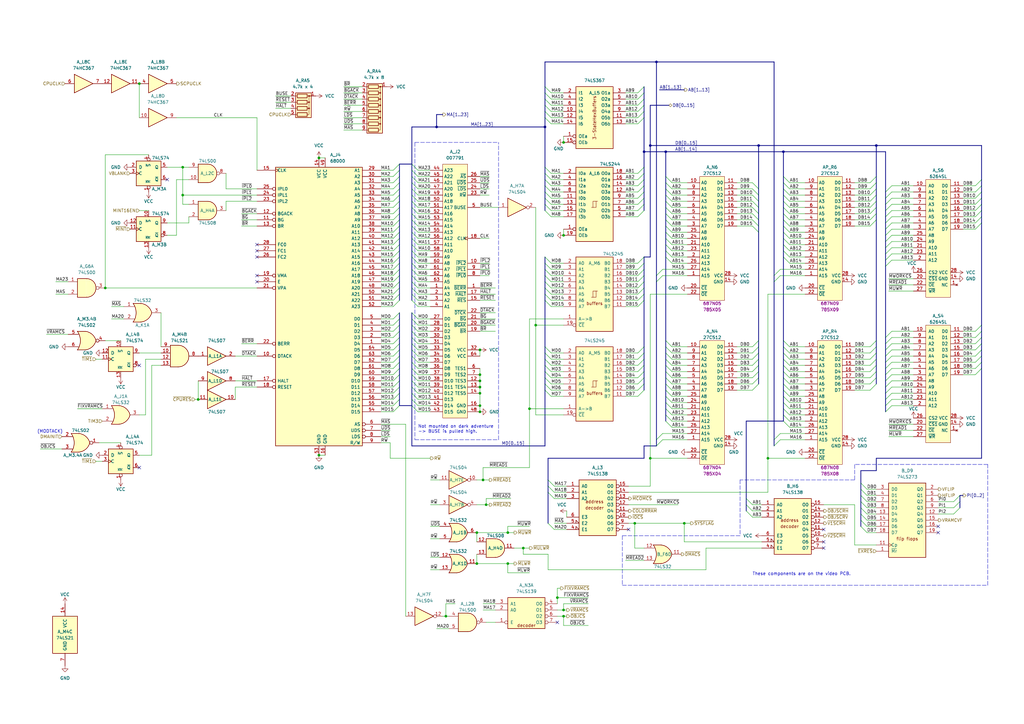
<source format=kicad_sch>
(kicad_sch (version 20231120) (generator "eeschema") (generator_version "8.0")
  (paper "A3")
  (title_block (title "Twin 16 - Rev B") (date "2024-08-04") (company "Konami GX785/GX870/GX808/GX903") (comment 1 "Ulf Skutnabba, twitter: @skutis77"))
  (lib_symbols
    (symbol "74xx:74LS07" (pin_names (offset 1.016))
      (property "Reference" "U" (at 0 1.27 0))
      (property "Value" "74LS07" (at 0 -1.27 0))
      (symbol "74LS07_1_0"
        (pin input line (at -7.62 0 0) (length 3.81) (name "~") (number "1"))
        (pin open_collector line (at 7.62 0 180) (length 3.81) (name "~") (number "2"))
      )
      (symbol "74LS07_2_0"
        (pin input line (at -7.62 0 0) (length 3.81) (name "~") (number "3"))
        (pin open_collector line (at 7.62 0 180) (length 3.81) (name "~") (number "4"))
      )
      (symbol "74LS07_3_0"
        (pin input line (at -7.62 0 0) (length 3.81) (name "~") (number "5"))
        (pin open_collector line (at 7.62 0 180) (length 3.81) (name "~") (number "6"))
      )
      (symbol "74LS07_4_0"
        (pin open_collector line (at 7.62 0 180) (length 3.81) (name "~") (number "8"))
        (pin input line (at -7.62 0 0) (length 3.81) (name "~") (number "9"))
      )
      (symbol "74LS07_5_0"
        (pin open_collector line (at 7.62 0 180) (length 3.81) (name "~") (number "10"))
        (pin input line (at -7.62 0 0) (length 3.81) (name "~") (number "11"))
      )
      (symbol "74LS07_6_0"
        (pin open_collector line (at 7.62 0 180) (length 3.81) (name "~") (number "12"))
        (pin input line (at -7.62 0 0) (length 3.81) (name "~") (number "13"))
      )
      (symbol "74LS07_7_0"
        (pin power_in line (at 0 12.7 270) (length 5.08) (name "VCC") (number "14"))
        (pin power_in line (at 0 -12.7 90) (length 5.08) (name "GND") (number "7"))
      )
    )
    (symbol "74xx:74LS21" (pin_names (offset 1.016))
      (property "Reference" "U" (at 0 1.27 0))
      (property "Value" "74LS21" (at 0 -1.27 0))
      (symbol "74LS21_1_1"
        (pin input line (at -7.62 3.81 0) (length 3.81) (name "~") (number "1"))
        (pin input line (at -7.62 1.27 0) (length 3.81) (name "~") (number "2"))
        (pin input line (at -7.62 -1.27 0) (length 3.81) (name "~") (number "4"))
        (pin input line (at -7.62 -3.81 0) (length 3.81) (name "~") (number "5"))
        (pin output line (at 7.62 0 180) (length 3.81) (name "~") (number "6"))
      )
      (symbol "74LS21_1_2"
        (pin input inverted (at -7.62 3.81 0) (length 3.81) (name "~") (number "1"))
        (pin input inverted (at -7.62 1.27 0) (length 4.826) (name "~") (number "2"))
        (pin input inverted (at -7.62 -1.27 0) (length 4.826) (name "~") (number "4"))
        (pin input inverted (at -7.62 -3.81 0) (length 3.81) (name "~") (number "5"))
        (pin output inverted (at 7.62 0 180) (length 3.81) (name "~") (number "6"))
      )
      (symbol "74LS21_2_1"
        (pin input line (at -7.62 1.27 0) (length 3.81) (name "~") (number "10"))
        (pin input line (at -7.62 -1.27 0) (length 3.81) (name "~") (number "12"))
        (pin input line (at -7.62 -3.81 0) (length 3.81) (name "~") (number "13"))
        (pin output line (at 7.62 0 180) (length 3.81) (name "~") (number "8"))
        (pin input line (at -7.62 3.81 0) (length 3.81) (name "~") (number "9"))
      )
      (symbol "74LS21_2_2"
        (pin input inverted (at -7.62 1.27 0) (length 4.826) (name "~") (number "10"))
        (pin input inverted (at -7.62 -1.27 0) (length 4.826) (name "~") (number "12"))
        (pin input inverted (at -7.62 -3.81 0) (length 3.81) (name "~") (number "13"))
        (pin output inverted (at 7.62 0 180) (length 3.81) (name "~") (number "8"))
        (pin input inverted (at -7.62 3.81 0) (length 3.81) (name "~") (number "9"))
      )
      (symbol "74LS21_3_0"
        (pin power_in line (at 0 12.7 270) (length 5.08) (name "VCC") (number "14"))
        (pin power_in line (at 0 -12.7 90) (length 5.08) (name "GND") (number "7"))
      )
    )
    (symbol "CPU_NXP_68000:68000D" (pin_names (offset 0.762))
      (property "Reference" "U" (at 0 2.54 0))
      (property "Value" "68000D" (at 0 -3.81 0))
      (symbol "68000D_1_1"
        (pin bidirectional line (at 25.4 -15.24 180) (length 7.62) (name "D4") (number "1"))
        (pin input inverted (at -25.4 -20.32 0) (length 7.62) (name "DTACK") (number "10"))
        (pin output inverted (at -25.4 35.56 0) (length 7.62) (name "BG") (number "11"))
        (pin input inverted (at -25.4 38.1 0) (length 7.62) (name "BGACK") (number "12"))
        (pin input inverted (at -25.4 33.02 0) (length 7.62) (name "BR") (number "13"))
        (pin power_in line (at 0 60.96 270) (length 3.81) (name "VCC") (number "14"))
        (pin input clock (at -25.4 55.88 0) (length 7.62) (name "CLK") (number "15"))
        (pin power_in line (at 2.54 -60.96 90) (length 3.81) (name "GND") (number "16"))
        (pin bidirectional inverted (at -25.4 -30.48 0) (length 7.62) (name "HALT") (number "17"))
        (pin bidirectional inverted (at -25.4 -33.02 0) (length 7.62) (name "RESET") (number "18"))
        (pin output inverted (at -25.4 12.7 0) (length 7.62) (name "VMA") (number "19"))
        (pin bidirectional line (at 25.4 -12.7 180) (length 7.62) (name "D3") (number "2"))
        (pin output line (at -25.4 10.16 0) (length 7.62) (name "E") (number "20"))
        (pin input inverted (at -25.4 7.62 0) (length 7.62) (name "VPA") (number "21"))
        (pin input inverted (at -25.4 -15.24 0) (length 7.62) (name "BERR") (number "22"))
        (pin input inverted (at -25.4 43.18 0) (length 7.62) (name "IPL2") (number "23"))
        (pin input inverted (at -25.4 45.72 0) (length 7.62) (name "IPL1") (number "24"))
        (pin input inverted (at -25.4 48.26 0) (length 7.62) (name "IPL0") (number "25"))
        (pin output line (at -25.4 20.32 0) (length 7.62) (name "FC2") (number "26"))
        (pin output line (at -25.4 22.86 0) (length 7.62) (name "FC1") (number "27"))
        (pin output line (at -25.4 25.4 0) (length 7.62) (name "FC0") (number "28"))
        (pin output line (at 25.4 55.88 180) (length 7.62) (name "A1") (number "29"))
        (pin bidirectional line (at 25.4 -10.16 180) (length 7.62) (name "D2") (number "3"))
        (pin output line (at 25.4 53.34 180) (length 7.62) (name "A2") (number "30"))
        (pin output line (at 25.4 50.8 180) (length 7.62) (name "A3") (number "31"))
        (pin output line (at 25.4 48.26 180) (length 7.62) (name "A4") (number "32"))
        (pin output line (at 25.4 45.72 180) (length 7.62) (name "A5") (number "33"))
        (pin output line (at 25.4 43.18 180) (length 7.62) (name "A6") (number "34"))
        (pin output line (at 25.4 40.64 180) (length 7.62) (name "A7") (number "35"))
        (pin output line (at 25.4 38.1 180) (length 7.62) (name "A8") (number "36"))
        (pin output line (at 25.4 35.56 180) (length 7.62) (name "A9") (number "37"))
        (pin output line (at 25.4 33.02 180) (length 7.62) (name "A10") (number "38"))
        (pin output line (at 25.4 30.48 180) (length 7.62) (name "A11") (number "39"))
        (pin bidirectional line (at 25.4 -7.62 180) (length 7.62) (name "D1") (number "4"))
        (pin output line (at 25.4 27.94 180) (length 7.62) (name "A12") (number "40"))
        (pin output line (at 25.4 25.4 180) (length 7.62) (name "A13") (number "41"))
        (pin output line (at 25.4 22.86 180) (length 7.62) (name "A14") (number "42"))
        (pin output line (at 25.4 20.32 180) (length 7.62) (name "A15") (number "43"))
        (pin output line (at 25.4 17.78 180) (length 7.62) (name "A16") (number "44"))
        (pin output line (at 25.4 15.24 180) (length 7.62) (name "A17") (number "45"))
        (pin output line (at 25.4 12.7 180) (length 7.62) (name "A18") (number "46"))
        (pin output line (at 25.4 10.16 180) (length 7.62) (name "A19") (number "47"))
        (pin output line (at 25.4 7.62 180) (length 7.62) (name "A20") (number "48"))
        (pin power_in line (at 2.54 60.96 270) (length 3.81) (name "VCC") (number "49"))
        (pin bidirectional line (at 25.4 -5.08 180) (length 7.62) (name "D0") (number "5"))
        (pin output line (at 25.4 5.08 180) (length 7.62) (name "A21") (number "50"))
        (pin output line (at 25.4 2.54 180) (length 7.62) (name "A22") (number "51"))
        (pin output line (at 25.4 0 180) (length 7.62) (name "A23") (number "52"))
        (pin power_in line (at 0 -60.96 90) (length 3.81) (name "GND") (number "53"))
        (pin bidirectional line (at 25.4 -43.18 180) (length 7.62) (name "D15") (number "54"))
        (pin bidirectional line (at 25.4 -40.64 180) (length 7.62) (name "D14") (number "55"))
        (pin bidirectional line (at 25.4 -38.1 180) (length 7.62) (name "D13") (number "56"))
        (pin bidirectional line (at 25.4 -35.56 180) (length 7.62) (name "D12") (number "57"))
        (pin bidirectional line (at 25.4 -33.02 180) (length 7.62) (name "D11") (number "58"))
        (pin bidirectional line (at 25.4 -30.48 180) (length 7.62) (name "D10") (number "59"))
        (pin output inverted (at 25.4 -48.26 180) (length 7.62) (name "AS") (number "6"))
        (pin bidirectional line (at 25.4 -27.94 180) (length 7.62) (name "D9") (number "60"))
        (pin bidirectional line (at 25.4 -25.4 180) (length 7.62) (name "D8") (number "61"))
        (pin bidirectional line (at 25.4 -22.86 180) (length 7.62) (name "D7") (number "62"))
        (pin bidirectional line (at 25.4 -20.32 180) (length 7.62) (name "D6") (number "63"))
        (pin bidirectional line (at 25.4 -17.78 180) (length 7.62) (name "D5") (number "64"))
        (pin output inverted (at 25.4 -50.8 180) (length 7.62) (name "UDS") (number "7"))
        (pin output inverted (at 25.4 -53.34 180) (length 7.62) (name "LDS") (number "8"))
        (pin output line (at 25.4 -55.88 180) (length 7.62) (name "R/W") (number "9"))
      )
    )
    (symbol "Device:R_Network04" (pin_names (offset 0) hide)
      (property "Reference" "RN" (at -7.62 0 90))
      (property "Value" "R_Network04" (at 5.08 0 90))
      (symbol "R_Network04_1_1"
        (pin passive line (at -5.08 5.08 270) (length 2.54) (name "common") (number "1"))
        (pin passive line (at -5.08 -5.08 90) (length 1.27) (name "R1") (number "2"))
        (pin passive line (at -2.54 -5.08 90) (length 1.27) (name "R2") (number "3"))
        (pin passive line (at 0 -5.08 90) (length 1.27) (name "R3") (number "4"))
        (pin passive line (at 2.54 -5.08 90) (length 1.27) (name "R4") (number "5"))
      )
    )
    (symbol "Device:R_Network08" (pin_names (offset 0) hide)
      (property "Reference" "RN" (at -12.7 0 90))
      (property "Value" "R_Network08" (at 10.16 0 90))
      (symbol "R_Network08_1_1"
        (pin passive line (at -10.16 5.08 270) (length 2.54) (name "common") (number "1"))
        (pin passive line (at -10.16 -5.08 90) (length 1.27) (name "R1") (number "2"))
        (pin passive line (at -7.62 -5.08 90) (length 1.27) (name "R2") (number "3"))
        (pin passive line (at -5.08 -5.08 90) (length 1.27) (name "R3") (number "4"))
        (pin passive line (at -2.54 -5.08 90) (length 1.27) (name "R4") (number "5"))
        (pin passive line (at 0 -5.08 90) (length 1.27) (name "R5") (number "6"))
        (pin passive line (at 2.54 -5.08 90) (length 1.27) (name "R6") (number "7"))
        (pin passive line (at 5.08 -5.08 90) (length 1.27) (name "R7") (number "8"))
        (pin passive line (at 7.62 -5.08 90) (length 1.27) (name "R8") (number "9"))
      )
    )
    (symbol "jt74:74LS00" (pin_names (offset 1.016))
      (property "Reference" "U" (at 0 1.27 0))
      (property "Value" "74LS00" (at 0 -1.27 0))
      (symbol "74LS00_1_1"
        (pin input line (at -7.62 2.54 0) (length 3.81) (name "~") (number "1"))
        (pin input line (at -7.62 -2.54 0) (length 3.81) (name "~") (number "2"))
        (pin output inverted (at 7.62 0 180) (length 3.81) (name "~") (number "3"))
      )
      (symbol "74LS00_1_2"
        (pin input inverted (at -7.62 2.54 0) (length 4.318) (name "~") (number "1"))
        (pin input inverted (at -7.62 -2.54 0) (length 4.318) (name "~") (number "2"))
        (pin output line (at 7.62 0 180) (length 3.81) (name "~") (number "3"))
      )
      (symbol "74LS00_2_1"
        (pin input line (at -7.62 2.54 0) (length 3.81) (name "~") (number "4"))
        (pin input line (at -7.62 -2.54 0) (length 3.81) (name "~") (number "5"))
        (pin output inverted (at 7.62 0 180) (length 3.81) (name "~") (number "6"))
      )
      (symbol "74LS00_2_2"
        (pin input inverted (at -7.62 2.54 0) (length 4.318) (name "~") (number "4"))
        (pin input inverted (at -7.62 -2.54 0) (length 4.318) (name "~") (number "5"))
        (pin output line (at 7.62 0 180) (length 3.81) (name "~") (number "6"))
      )
      (symbol "74LS00_3_1"
        (pin input line (at -7.62 -2.54 0) (length 3.81) (name "~") (number "10"))
        (pin output inverted (at 7.62 0 180) (length 3.81) (name "~") (number "8"))
        (pin input line (at -7.62 2.54 0) (length 3.81) (name "~") (number "9"))
      )
      (symbol "74LS00_3_2"
        (pin input inverted (at -7.62 -2.54 0) (length 4.318) (name "~") (number "10"))
        (pin output line (at 7.62 0 180) (length 3.81) (name "~") (number "8"))
        (pin input inverted (at -7.62 2.54 0) (length 4.318) (name "~") (number "9"))
      )
      (symbol "74LS00_4_1"
        (pin output inverted (at 7.62 0 180) (length 3.81) (name "~") (number "11"))
        (pin input line (at -7.62 2.54 0) (length 3.81) (name "~") (number "12"))
        (pin input line (at -7.62 -2.54 0) (length 3.81) (name "~") (number "13"))
      )
      (symbol "74LS00_4_2"
        (pin output line (at 7.62 0 180) (length 3.81) (name "~") (number "11"))
        (pin input inverted (at -7.62 2.54 0) (length 4.318) (name "~") (number "12"))
        (pin input inverted (at -7.62 -2.54 0) (length 4.318) (name "~") (number "13"))
      )
      (symbol "74LS00_5_0"
        (pin power_in line (at 0 7.62 270) (length 5.08) hide (name "VCC") (number "14"))
        (pin power_in line (at 0 -7.62 90) (length 5.08) hide (name "VSS") (number "7"))
      )
    )
    (symbol "jt74:74LS02" (pin_names (offset 1.016))
      (property "Reference" "U" (at 0 1.27 0))
      (property "Value" "74LS02" (at 0 -1.27 0))
      (symbol "74LS02_1_1"
        (pin output inverted (at 7.62 0 180) (length 3.81) (name "~") (number "1"))
        (pin input line (at -7.62 2.54 0) (length 4.318) (name "~") (number "2"))
        (pin input line (at -7.62 -2.54 0) (length 4.318) (name "~") (number "3"))
      )
      (symbol "74LS02_1_2"
        (pin output line (at 7.62 0 180) (length 3.81) (name "~") (number "1"))
        (pin input inverted (at -7.62 2.54 0) (length 3.81) (name "~") (number "2"))
        (pin input inverted (at -7.62 -2.54 0) (length 3.81) (name "~") (number "3"))
      )
      (symbol "74LS02_2_1"
        (pin output inverted (at 7.62 0 180) (length 3.81) (name "~") (number "4"))
        (pin input line (at -7.62 2.54 0) (length 4.318) (name "~") (number "5"))
        (pin input line (at -7.62 -2.54 0) (length 4.318) (name "~") (number "6"))
      )
      (symbol "74LS02_2_2"
        (pin output line (at 7.62 0 180) (length 3.81) (name "~") (number "4"))
        (pin input inverted (at -7.62 2.54 0) (length 3.81) (name "~") (number "5"))
        (pin input inverted (at -7.62 -2.54 0) (length 3.81) (name "~") (number "6"))
      )
      (symbol "74LS02_3_1"
        (pin output inverted (at 7.62 0 180) (length 3.81) (name "~") (number "10"))
        (pin input line (at -7.62 2.54 0) (length 4.318) (name "~") (number "8"))
        (pin input line (at -7.62 -2.54 0) (length 4.318) (name "~") (number "9"))
      )
      (symbol "74LS02_3_2"
        (pin output line (at 7.62 0 180) (length 3.81) (name "~") (number "10"))
        (pin input inverted (at -7.62 2.54 0) (length 3.81) (name "~") (number "8"))
        (pin input inverted (at -7.62 -2.54 0) (length 3.81) (name "~") (number "9"))
      )
      (symbol "74LS02_4_1"
        (pin input line (at -7.62 2.54 0) (length 4.318) (name "~") (number "11"))
        (pin input line (at -7.62 -2.54 0) (length 4.318) (name "~") (number "12"))
        (pin output inverted (at 7.62 0 180) (length 3.81) (name "~") (number "13"))
      )
      (symbol "74LS02_4_2"
        (pin input inverted (at -7.62 2.54 0) (length 3.81) (name "~") (number "11"))
        (pin input inverted (at -7.62 -2.54 0) (length 3.81) (name "~") (number "12"))
        (pin output line (at 7.62 0 180) (length 3.81) (name "~") (number "13"))
      )
      (symbol "74LS02_5_0"
        (pin power_in line (at 0 7.62 270) (length 5.08) hide (name "VCC") (number "14"))
        (pin power_in line (at 0 -7.62 90) (length 5.08) hide (name "VSS") (number "7"))
      )
    )
    (symbol "jt74:74LS04" (pin_names (offset 1.016))
      (property "Reference" "U" (at 0 1.27 0))
      (property "Value" "74LS04" (at 0 -1.27 0))
      (symbol "74LS04_1_0"
        (pin input line (at -7.62 0 0) (length 3.81) (name "~") (number "1"))
        (pin output inverted (at 7.62 0 180) (length 3.81) (name "~") (number "2"))
      )
      (symbol "74LS04_2_0"
        (pin input line (at -7.62 0 0) (length 3.81) (name "~") (number "3"))
        (pin output inverted (at 7.62 0 180) (length 3.81) (name "~") (number "4"))
      )
      (symbol "74LS04_3_0"
        (pin input line (at -7.62 0 0) (length 3.81) (name "~") (number "5"))
        (pin output inverted (at 7.62 0 180) (length 3.81) (name "~") (number "6"))
      )
      (symbol "74LS04_4_0"
        (pin output inverted (at 7.62 0 180) (length 3.81) (name "~") (number "8"))
        (pin input line (at -7.62 0 0) (length 3.81) (name "~") (number "9"))
      )
      (symbol "74LS04_5_0"
        (pin output inverted (at 7.62 0 180) (length 3.81) (name "~") (number "10"))
        (pin input line (at -7.62 0 0) (length 3.81) (name "~") (number "11"))
      )
      (symbol "74LS04_6_0"
        (pin output inverted (at 7.62 0 180) (length 3.81) (name "~") (number "12"))
        (pin input line (at -7.62 0 0) (length 3.81) (name "~") (number "13"))
      )
      (symbol "74LS04_7_0"
        (pin power_in line (at 0 7.62 270) (length 5.08) hide (name "VCC") (number "14"))
        (pin power_in line (at 0 -7.62 90) (length 5.08) hide (name "VSS") (number "7"))
      )
    )
    (symbol "jt74:74LS08" (pin_names (offset 1.016))
      (property "Reference" "U" (at 0 1.27 0))
      (property "Value" "74LS08" (at 0 -1.27 0))
      (symbol "74LS08_1_1"
        (pin input line (at -7.62 2.54 0) (length 3.81) (name "~") (number "1"))
        (pin input line (at -7.62 -2.54 0) (length 3.81) (name "~") (number "2"))
        (pin output line (at 7.62 0 180) (length 3.81) (name "~") (number "3"))
      )
      (symbol "74LS08_1_2"
        (pin input inverted (at -7.62 2.54 0) (length 4.318) (name "~") (number "1"))
        (pin input inverted (at -7.62 -2.54 0) (length 4.318) (name "~") (number "2"))
        (pin output inverted (at 7.62 0 180) (length 3.81) (name "~") (number "3"))
      )
      (symbol "74LS08_2_1"
        (pin input line (at -7.62 2.54 0) (length 3.81) (name "~") (number "4"))
        (pin input line (at -7.62 -2.54 0) (length 3.81) (name "~") (number "5"))
        (pin output line (at 7.62 0 180) (length 3.81) (name "~") (number "6"))
      )
      (symbol "74LS08_2_2"
        (pin input inverted (at -7.62 2.54 0) (length 4.318) (name "~") (number "4"))
        (pin input inverted (at -7.62 -2.54 0) (length 4.318) (name "~") (number "5"))
        (pin output inverted (at 7.62 0 180) (length 3.81) (name "~") (number "6"))
      )
      (symbol "74LS08_3_1"
        (pin input line (at -7.62 -2.54 0) (length 3.81) (name "~") (number "10"))
        (pin output line (at 7.62 0 180) (length 3.81) (name "~") (number "8"))
        (pin input line (at -7.62 2.54 0) (length 3.81) (name "~") (number "9"))
      )
      (symbol "74LS08_3_2"
        (pin input inverted (at -7.62 -2.54 0) (length 4.318) (name "~") (number "10"))
        (pin output inverted (at 7.62 0 180) (length 3.81) (name "~") (number "8"))
        (pin input inverted (at -7.62 2.54 0) (length 4.318) (name "~") (number "9"))
      )
      (symbol "74LS08_4_1"
        (pin output line (at 7.62 0 180) (length 3.81) (name "~") (number "11"))
        (pin input line (at -7.62 2.54 0) (length 3.81) (name "~") (number "12"))
        (pin input line (at -7.62 -2.54 0) (length 3.81) (name "~") (number "13"))
      )
      (symbol "74LS08_4_2"
        (pin output inverted (at 7.62 0 180) (length 3.81) (name "~") (number "11"))
        (pin input inverted (at -7.62 2.54 0) (length 4.318) (name "~") (number "12"))
        (pin input inverted (at -7.62 -2.54 0) (length 4.318) (name "~") (number "13"))
      )
      (symbol "74LS08_5_0"
        (pin power_in line (at 0 7.62 270) (length 5.08) hide (name "VCC") (number "14"))
        (pin power_in line (at 0 -7.62 90) (length 5.08) hide (name "VSS") (number "7"))
      )
    )
    (symbol "jt74:74LS138" (pin_names (offset 1.016))
      (property "Reference" "U" (at 6.35 11.43 0))
      (property "Value" "74LS138" (at 3.81 -13.97 0))
      (symbol "74LS138_0_0"
        (text "address" (at -1.27 1.27 0) (effects (font (size 1.27 1.27))))
        (text "decoder" (at -1.27 -1.27 0) (effects (font (size 1.27 1.27))))
      )
      (symbol "74LS138_1_0"
        (pin input line (at -12.7 7.62 0) (length 5.08) (name "A0") (number "1"))
        (pin output inverted (at 12.7 -5.08 180) (length 5.08) (name "O5") (number "10"))
        (pin output inverted (at 12.7 -2.54 180) (length 5.08) (name "O4") (number "11"))
        (pin output inverted (at 12.7 0 180) (length 5.08) (name "O3") (number "12"))
        (pin output inverted (at 12.7 2.54 180) (length 5.08) (name "O2") (number "13"))
        (pin output inverted (at 12.7 5.08 180) (length 5.08) (name "O1") (number "14"))
        (pin output inverted (at 12.7 7.62 180) (length 5.08) (name "O0") (number "15"))
        (pin input line (at -12.7 5.08 0) (length 5.08) (name "A1") (number "2"))
        (pin input line (at -12.7 2.54 0) (length 5.08) (name "A2") (number "3"))
        (pin input input_low (at -12.7 -10.16 0) (length 5.08) (name "E1") (number "4"))
        (pin input input_low (at -12.7 -7.62 0) (length 5.08) (name "E2") (number "5"))
        (pin input line (at -12.7 -5.08 0) (length 5.08) (name "E3") (number "6"))
        (pin output inverted (at 12.7 -10.16 180) (length 5.08) (name "O7") (number "7"))
        (pin output inverted (at 12.7 -7.62 180) (length 5.08) (name "O6") (number "9"))
      )
    )
    (symbol "jt74:74LS139" (pin_names (offset 1.016))
      (property "Reference" "U" (at -7.62 8.89 0))
      (property "Value" "74LS139" (at -7.62 -8.89 0))
      (symbol "74LS139_0_0"
        (text "decoder" (at 0 -6.35 0) (effects (font (size 1.27 1.27))))
      )
      (symbol "74LS139_1_0"
        (pin input inverted (at -12.7 -5.08 0) (length 5.08) (name "E") (number "1"))
        (pin input line (at -12.7 0 0) (length 5.08) (name "A0") (number "2"))
        (pin input line (at -12.7 2.54 0) (length 5.08) (name "A1") (number "3"))
        (pin output inverted (at 12.7 2.54 180) (length 5.08) (name "O0") (number "4"))
        (pin output inverted (at 12.7 0 180) (length 5.08) (name "O1") (number "5"))
        (pin output inverted (at 12.7 -2.54 180) (length 5.08) (name "O2") (number "6"))
        (pin output inverted (at 12.7 -5.08 180) (length 5.08) (name "O3") (number "7"))
      )
      (symbol "74LS139_2_0"
        (pin output inverted (at 12.7 -2.54 180) (length 5.08) (name "O2") (number "10"))
        (pin output inverted (at 12.7 0 180) (length 5.08) (name "O1") (number "11"))
        (pin output inverted (at 12.7 2.54 180) (length 5.08) (name "O0") (number "12"))
        (pin input line (at -12.7 2.54 0) (length 5.08) (name "A1") (number "13"))
        (pin input line (at -12.7 0 0) (length 5.08) (name "A0") (number "14"))
        (pin input inverted (at -12.7 -5.08 0) (length 5.08) (name "E") (number "15"))
        (pin output inverted (at 12.7 -5.08 180) (length 5.08) (name "O3") (number "9"))
      )
      (symbol "74LS139_3_0"
        (pin power_in line (at 0 7.62 270) (length 5.08) hide (name "VCC") (number "16"))
        (pin power_in line (at 0 -7.62 90) (length 5.08) hide (name "VSS") (number "8"))
      )
    )
    (symbol "jt74:74LS244" (pin_names (offset 1.016))
      (property "Reference" "U" (at -7.62 16.51 0))
      (property "Value" "74LS244" (at -7.62 -16.51 0))
      (symbol "74LS244_1_0"
        (pin input inverted (at -12.7 -10.16 0) (length 5.08) (name "OEa") (number "1"))
        (pin power_in line (at 0 -15.24 90) (length 5.08) hide (name "VSS") (number "10"))
        (pin input line (at -12.7 2.54 0) (length 5.08) (name "I0b") (number "11"))
        (pin tri_state line (at 12.7 5.08 180) (length 5.08) (name "O3a") (number "12"))
        (pin input line (at -12.7 0 0) (length 5.08) (name "I1b") (number "13"))
        (pin tri_state line (at 12.7 7.62 180) (length 5.08) (name "O2a") (number "14"))
        (pin input line (at -12.7 -2.54 0) (length 5.08) (name "I2b") (number "15"))
        (pin tri_state line (at 12.7 10.16 180) (length 5.08) (name "O1a") (number "16"))
        (pin input line (at -12.7 -5.08 0) (length 5.08) (name "I3b") (number "17"))
        (pin tri_state line (at 12.7 12.7 180) (length 5.08) (name "O0a") (number "18"))
        (pin input line (at -12.7 -12.7 0) (length 5.08) (name "OEb") (number "19"))
        (pin input line (at -12.7 12.7 0) (length 5.08) (name "I0a") (number "2"))
        (pin power_in line (at 0 15.24 270) (length 5.08) hide (name "VCC") (number "20"))
        (pin tri_state line (at 12.7 -5.08 180) (length 5.08) (name "O3b") (number "3"))
        (pin input line (at -12.7 10.16 0) (length 5.08) (name "I1a") (number "4"))
        (pin tri_state line (at 12.7 -2.54 180) (length 5.08) (name "O2b") (number "5"))
        (pin input line (at -12.7 7.62 0) (length 5.08) (name "I2a") (number "6"))
        (pin tri_state line (at 12.7 0 180) (length 5.08) (name "O1b") (number "7"))
        (pin input line (at -12.7 5.08 0) (length 5.08) (name "I3a") (number "8"))
        (pin tri_state line (at 12.7 2.54 180) (length 5.08) (name "O0b") (number "9"))
      )
    )
    (symbol "jt74:74LS245" (pin_names (offset 1.016))
      (property "Reference" "U" (at -7.62 16.51 0))
      (property "Value" "74LS245" (at 2.54 -13.97 0))
      (symbol "74LS245_0_0"
        (text "buffers" (at 0 -3.81 0) (effects (font (size 1.27 1.27))))
      )
      (symbol "74LS245_1_0"
        (pin input line (at -12.7 -10.16 0) (length 5.08) (name "A->B") (number "1"))
        (pin tri_state line (at 12.7 -5.08 180) (length 5.08) (name "B7") (number "11"))
        (pin tri_state line (at 12.7 -2.54 180) (length 5.08) (name "B6") (number "12"))
        (pin tri_state line (at 12.7 0 180) (length 5.08) (name "B5") (number "13"))
        (pin tri_state line (at 12.7 2.54 180) (length 5.08) (name "B4") (number "14"))
        (pin tri_state line (at 12.7 5.08 180) (length 5.08) (name "B3") (number "15"))
        (pin tri_state line (at 12.7 7.62 180) (length 5.08) (name "B2") (number "16"))
        (pin tri_state line (at 12.7 10.16 180) (length 5.08) (name "B1") (number "17"))
        (pin tri_state line (at 12.7 12.7 180) (length 5.08) (name "B0") (number "18"))
        (pin input inverted (at -12.7 -12.7 0) (length 5.08) (name "~{CE}") (number "19"))
        (pin tri_state line (at -12.7 12.7 0) (length 5.08) (name "A0") (number "2"))
        (pin tri_state line (at -12.7 10.16 0) (length 5.08) (name "A1") (number "3"))
        (pin tri_state line (at -12.7 7.62 0) (length 5.08) (name "A2") (number "4"))
        (pin tri_state line (at -12.7 5.08 0) (length 5.08) (name "A3") (number "5"))
        (pin tri_state line (at -12.7 2.54 0) (length 5.08) (name "A4") (number "6"))
        (pin tri_state line (at -12.7 0 0) (length 5.08) (name "A5") (number "7"))
        (pin tri_state line (at -12.7 -2.54 0) (length 5.08) (name "A6") (number "8"))
        (pin tri_state line (at -12.7 -5.08 0) (length 5.08) (name "A7") (number "9"))
      )
    )
    (symbol "jt74:74LS273" (pin_names (offset 1.016))
      (property "Reference" "U" (at 0 2.54 0))
      (property "Value" "74LS273" (at 2.54 -13.97 0))
      (symbol "74LS273_0_0"
        (text "flip flops" (at 0 -7.62 0) (effects (font (size 1.27 1.27))))
      )
      (symbol "74LS273_1_0"
        (pin input line (at -12.7 -12.7 0) (length 5.08) (name "~{Mr}") (number "1"))
        (pin input clock (at -12.7 -10.16 0) (length 5.08) (name "Cp") (number "11"))
        (pin output line (at 12.7 2.54 180) (length 5.08) (name "Q4") (number "12"))
        (pin input line (at -12.7 2.54 0) (length 5.08) (name "D4") (number "13"))
        (pin input line (at -12.7 0 0) (length 5.08) (name "D5") (number "14"))
        (pin output line (at 12.7 0 180) (length 5.08) (name "Q5") (number "15"))
        (pin output line (at 12.7 -2.54 180) (length 5.08) (name "Q6") (number "16"))
        (pin input line (at -12.7 -2.54 0) (length 5.08) (name "D6") (number "17"))
        (pin input line (at -12.7 -5.08 0) (length 5.08) (name "D7") (number "18"))
        (pin output line (at 12.7 -5.08 180) (length 5.08) (name "Q7") (number "19"))
        (pin output line (at 12.7 12.7 180) (length 5.08) (name "Q0") (number "2"))
        (pin input line (at -12.7 12.7 0) (length 5.08) (name "D0") (number "3"))
        (pin input line (at -12.7 10.16 0) (length 5.08) (name "D1") (number "4"))
        (pin output line (at 12.7 10.16 180) (length 5.08) (name "Q1") (number "5"))
        (pin output line (at 12.7 7.62 180) (length 5.08) (name "Q2") (number "6"))
        (pin input line (at -12.7 7.62 0) (length 5.08) (name "D2") (number "7"))
        (pin input line (at -12.7 5.08 0) (length 5.08) (name "D3") (number "8"))
        (pin output line (at 12.7 5.08 180) (length 5.08) (name "Q3") (number "9"))
      )
    )
    (symbol "jt74:74LS32" (pin_names (offset 1.016))
      (property "Reference" "U" (at 0 1.27 0))
      (property "Value" "74LS32" (at 0 -1.27 0))
      (symbol "74LS32_1_1"
        (pin input line (at -7.62 2.54 0) (length 4.318) (name "~") (number "1"))
        (pin input line (at -7.62 -2.54 0) (length 4.318) (name "~") (number "2"))
        (pin output line (at 7.62 0 180) (length 3.81) (name "~") (number "3"))
      )
      (symbol "74LS32_1_2"
        (pin input inverted (at -7.62 2.54 0) (length 3.81) (name "~") (number "1"))
        (pin input inverted (at -7.62 -2.54 0) (length 3.81) (name "~") (number "2"))
        (pin output inverted (at 7.62 0 180) (length 3.81) (name "~") (number "3"))
      )
      (symbol "74LS32_2_1"
        (pin input line (at -7.62 2.54 0) (length 4.318) (name "~") (number "4"))
        (pin input line (at -7.62 -2.54 0) (length 4.318) (name "~") (number "5"))
        (pin output line (at 7.62 0 180) (length 3.81) (name "~") (number "6"))
      )
      (symbol "74LS32_2_2"
        (pin input inverted (at -7.62 2.54 0) (length 3.81) (name "~") (number "4"))
        (pin input inverted (at -7.62 -2.54 0) (length 3.81) (name "~") (number "5"))
        (pin output inverted (at 7.62 0 180) (length 3.81) (name "~") (number "6"))
      )
      (symbol "74LS32_3_1"
        (pin input line (at -7.62 -2.54 0) (length 4.318) (name "~") (number "10"))
        (pin output line (at 7.62 0 180) (length 3.81) (name "~") (number "8"))
        (pin input line (at -7.62 2.54 0) (length 4.318) (name "~") (number "9"))
      )
      (symbol "74LS32_3_2"
        (pin input inverted (at -7.62 -2.54 0) (length 3.81) (name "~") (number "10"))
        (pin output inverted (at 7.62 0 180) (length 3.81) (name "~") (number "8"))
        (pin input inverted (at -7.62 2.54 0) (length 3.81) (name "~") (number "9"))
      )
      (symbol "74LS32_4_1"
        (pin output line (at 7.62 0 180) (length 3.81) (name "~") (number "11"))
        (pin input line (at -7.62 2.54 0) (length 4.318) (name "~") (number "12"))
        (pin input line (at -7.62 -2.54 0) (length 4.318) (name "~") (number "13"))
      )
      (symbol "74LS32_4_2"
        (pin output inverted (at 7.62 0 180) (length 3.81) (name "~") (number "11"))
        (pin input inverted (at -7.62 2.54 0) (length 3.81) (name "~") (number "12"))
        (pin input inverted (at -7.62 -2.54 0) (length 3.81) (name "~") (number "13"))
      )
      (symbol "74LS32_5_0"
        (pin power_in line (at 0 7.62 270) (length 5.08) hide (name "VCC") (number "14"))
        (pin power_in line (at 0 -7.62 90) (length 5.08) hide (name "VSS") (number "7"))
      )
    )
    (symbol "jt74:74LS367" (pin_names (offset 1.016))
      (property "Reference" "U" (at -7.62 13.97 0))
      (property "Value" "74LS367" (at -7.62 -13.97 0))
      (symbol "74LS367_0_0"
        (text "3-StateHexBuffers" (at 0 0 900) (effects (font (size 1.27 1.27))))
      )
      (symbol "74LS367_1_0"
        (pin input inverted (at -12.7 -7.62 0) (length 5.08) (name "OEa") (number "1"))
        (pin input line (at -12.7 2.54 0) (length 5.08) (name "I4") (number "10"))
        (pin tri_state line (at 12.7 0 180) (length 5.08) (name "O5b") (number "11"))
        (pin input line (at -12.7 0 0) (length 5.08) (name "I5") (number "12"))
        (pin tri_state line (at 12.7 -2.54 180) (length 5.08) (name "O6b") (number "13"))
        (pin input line (at -12.7 -2.54 0) (length 5.08) (name "I6") (number "14"))
        (pin input inverted (at -12.7 -10.16 0) (length 5.08) (name "OEb") (number "15"))
        (pin input line (at -12.7 10.16 0) (length 5.08) (name "I1") (number "2"))
        (pin tri_state line (at 12.7 10.16 180) (length 5.08) (name "O1a") (number "3"))
        (pin input line (at -12.7 7.62 0) (length 5.08) (name "I2") (number "4"))
        (pin tri_state line (at 12.7 7.62 180) (length 5.08) (name "O2a") (number "5"))
        (pin input line (at -12.7 5.08 0) (length 5.08) (name "I3") (number "6"))
        (pin tri_state line (at 12.7 5.08 180) (length 5.08) (name "O3a") (number "7"))
        (pin tri_state line (at 12.7 2.54 180) (length 5.08) (name "O4a") (number "9"))
      )
      (symbol "74LS367_1_1"
        (pin power_in line (at 0 12.7 270) (length 2.54) hide (name "VCC") (number "16"))
        (pin power_in line (at 0 -12.7 90) (length 2.54) hide (name "VSS") (number "8"))
      )
    )
    (symbol "jt74:74LS367_Split"
      (property "Reference" "U" (at 0 7.62 0))
      (property "Value" "74LS367_Split" (at 0 5.08 0))
      (symbol "74LS367_Split_1_0"
        (pin input inverted (at 0 -6.35 90) (length 4.318) (name "~") (number "1"))
        (pin input line (at -7.62 0 0) (length 3.81) (name "~") (number "2"))
        (pin tri_state line (at 7.62 0 180) (length 3.81) (name "~") (number "3"))
      )
      (symbol "74LS367_Split_2_0"
        (pin input line (at -7.62 0 0) (length 3.81) (name "~") (number "4"))
        (pin tri_state line (at 7.62 0 180) (length 3.81) (name "~") (number "5"))
      )
      (symbol "74LS367_Split_3_0"
        (pin input line (at -7.62 0 0) (length 3.81) (name "~") (number "6"))
        (pin tri_state line (at 7.62 0 180) (length 3.81) (name "~") (number "7"))
      )
      (symbol "74LS367_Split_4_0"
        (pin input line (at -7.62 0 0) (length 3.81) (name "~") (number "10"))
        (pin tri_state line (at 7.62 0 180) (length 3.81) (name "~") (number "9"))
      )
      (symbol "74LS367_Split_5_0"
        (pin tri_state line (at 7.62 0 180) (length 3.81) (name "~") (number "11"))
        (pin input line (at -7.62 0 0) (length 3.81) (name "~") (number "12"))
      )
      (symbol "74LS367_Split_6_0"
        (pin tri_state line (at 7.62 0 180) (length 3.81) (name "~") (number "13"))
        (pin input line (at -7.62 0 0) (length 3.81) (name "~") (number "14"))
        (pin input inverted (at 0 -6.35 90) (length 4.318) (name "~") (number "15"))
      )
      (symbol "74LS367_Split_7_0"
        (pin power_in line (at 0 12.7 270) (length 5.08) (name "VCC") (number "14"))
        (pin power_in line (at 0 -12.7 90) (length 5.08) (name "GND") (number "7"))
      )
    )
    (symbol "jt74:74LS74" (pin_names (offset 1.016))
      (property "Reference" "U" (at 3.81 5.08 0))
      (property "Value" "74LS74" (at 0 0 0))
      (symbol "74LS74_1_0"
        (pin input inverted (at 0 -7.62 90) (length 2.54) (name "~{R}") (number "1"))
        (pin input line (at -7.62 2.54 0) (length 2.54) (name "D") (number "2"))
        (pin input clock (at -7.62 0 0) (length 2.54) (name "C") (number "3"))
        (pin input inverted (at 0 7.62 270) (length 2.54) (name "~{S}") (number "4"))
        (pin output line (at 7.62 2.54 180) (length 2.54) (name "Q") (number "5"))
        (pin output line (at 7.62 -2.54 180) (length 2.54) (name "~{Q}") (number "6"))
      )
      (symbol "74LS74_2_0"
        (pin input clock (at -7.62 0 0) (length 2.54) (name "C") (number "11"))
        (pin input line (at -7.62 2.54 0) (length 2.54) (name "D") (number "12"))
        (pin input line (at 0 -7.62 90) (length 2.54) (name "~{R}") (number "13"))
        (pin output inverted (at 7.62 -2.54 180) (length 2.54) (name "~{Q}") (number "8"))
        (pin output line (at 7.62 2.54 180) (length 2.54) (name "Q") (number "9"))
      )
      (symbol "74LS74_2_1"
        (pin input line (at 0 7.62 270) (length 2.54) (name "~{S}") (number "10"))
      )
      (symbol "74LS74_3_0"
        (pin power_in line (at 0 7.62 270) (length 2.54) hide (name "VCC") (number "14"))
        (pin power_in line (at 0 -7.62 90) (length 2.54) hide (name "VSS") (number "7"))
      )
    )
    (symbol "jt_ram:SRAM8K8B" (pin_names (offset 1.016))
      (property "Reference" "U" (at 0 27.94 0))
      (property "Value" "SRAM8K8B" (at 0 25.4 0))
      (symbol "SRAM8K8B_1_1"
        (pin no_connect line (at 7.62 -19.05 180) (length 2.54) (name "NC") (number "1"))
        (pin input line (at -10.16 21.59 0) (length 5.08) (name "A0") (number "10"))
        (pin input line (at 10.16 21.59 180) (length 5.08) (name "D0") (number "11"))
        (pin input line (at 10.16 19.05 180) (length 5.08) (name "D1") (number "12"))
        (pin input line (at 10.16 16.51 180) (length 5.08) (name "D2") (number "13"))
        (pin power_in line (at 7.62 -16.51 180) (length 2.54) (name "GND") (number "14"))
        (pin input line (at 10.16 13.97 180) (length 5.08) (name "D3") (number "15"))
        (pin input line (at 10.16 11.43 180) (length 5.08) (name "D4") (number "16"))
        (pin input line (at 10.16 8.89 180) (length 5.08) (name "D5") (number "17"))
        (pin input line (at 10.16 6.35 180) (length 5.08) (name "D6") (number "18"))
        (pin input line (at 10.16 3.81 180) (length 5.08) (name "D7") (number "19"))
        (pin input line (at -10.16 -8.89 0) (length 5.08) (name "A12") (number "2"))
        (pin input line (at -10.16 -16.51 0) (length 5.08) (name "~{CS1}") (number "20"))
        (pin input line (at -10.16 -3.81 0) (length 5.08) (name "A10") (number "21"))
        (pin input line (at -10.16 -19.05 0) (length 5.08) (name "~{OE}") (number "22"))
        (pin input line (at -10.16 -6.35 0) (length 5.08) (name "A11") (number "23"))
        (pin input line (at -10.16 -1.27 0) (length 5.08) (name "A9") (number "24"))
        (pin input line (at -10.16 1.27 0) (length 5.08) (name "A8") (number "25"))
        (pin input line (at -10.16 -13.97 0) (length 5.08) (name "CS2") (number "26"))
        (pin input line (at -10.16 -21.59 0) (length 5.08) (name "~{WR}") (number "27"))
        (pin power_in line (at 7.62 -13.97 180) (length 2.54) (name "VCC") (number "28"))
        (pin input line (at -10.16 3.81 0) (length 5.08) (name "A7") (number "3"))
        (pin input line (at -10.16 6.35 0) (length 5.08) (name "A6") (number "4"))
        (pin input line (at -10.16 8.89 0) (length 5.08) (name "A5") (number "5"))
        (pin input line (at -10.16 11.43 0) (length 5.08) (name "A4") (number "6"))
        (pin input line (at -10.16 13.97 0) (length 5.08) (name "A3") (number "7"))
        (pin input line (at -10.16 16.51 0) (length 5.08) (name "A2") (number "8"))
        (pin input line (at -10.16 19.05 0) (length 5.08) (name "A1") (number "9"))
      )
    )
    (symbol "jt_rom:27C512"
      (property "Reference" "U" (at 0 30.48 0))
      (property "Value" "27C512" (at 0 27.94 0))
      (symbol "27C512_1_1"
        (pin input line (at -10.16 -15.24 0) (length 5.08) (name "A15") (number "1"))
        (pin input line (at -10.16 22.86 0) (length 5.08) (name "A0") (number "10"))
        (pin tri_state line (at 10.16 22.86 180) (length 5.08) (name "D0") (number "11"))
        (pin tri_state line (at 10.16 20.32 180) (length 5.08) (name "D1") (number "12"))
        (pin tri_state line (at 10.16 17.78 180) (length 5.08) (name "D2") (number "13"))
        (pin power_in line (at 7.62 -17.78 180) (length 2.54) (name "GND") (number "14"))
        (pin tri_state line (at 10.16 15.24 180) (length 5.08) (name "D3") (number "15"))
        (pin tri_state line (at 10.16 12.7 180) (length 5.08) (name "D4") (number "16"))
        (pin tri_state line (at 10.16 10.16 180) (length 5.08) (name "D5") (number "17"))
        (pin tri_state line (at 10.16 7.62 180) (length 5.08) (name "D6") (number "18"))
        (pin tri_state line (at 10.16 5.08 180) (length 5.08) (name "D7") (number "19"))
        (pin input line (at -10.16 -7.62 0) (length 5.08) (name "A12") (number "2"))
        (pin input line (at -10.16 -20.32 0) (length 5.08) (name "~{CE}") (number "20"))
        (pin input line (at -10.16 -2.54 0) (length 5.08) (name "A10") (number "21"))
        (pin input line (at -10.16 -22.86 0) (length 5.08) (name "~{OE}") (number "22"))
        (pin input line (at -10.16 -5.08 0) (length 5.08) (name "A11") (number "23"))
        (pin input line (at -10.16 0 0) (length 5.08) (name "A9") (number "24"))
        (pin input line (at -10.16 2.54 0) (length 5.08) (name "A8") (number "25"))
        (pin input line (at -10.16 -10.16 0) (length 5.08) (name "A13") (number "26"))
        (pin input line (at -10.16 -12.7 0) (length 5.08) (name "A14") (number "27"))
        (pin power_in line (at 7.62 -15.24 180) (length 2.54) (name "VCC") (number "28"))
        (pin input line (at -10.16 5.08 0) (length 5.08) (name "A7") (number "3"))
        (pin input line (at -10.16 7.62 0) (length 5.08) (name "A6") (number "4"))
        (pin input line (at -10.16 10.16 0) (length 5.08) (name "A5") (number "5"))
        (pin input line (at -10.16 12.7 0) (length 5.08) (name "A4") (number "6"))
        (pin input line (at -10.16 15.24 0) (length 5.08) (name "A3") (number "7"))
        (pin input line (at -10.16 17.78 0) (length 5.08) (name "A2") (number "8"))
        (pin input line (at -10.16 20.32 0) (length 5.08) (name "A1") (number "9"))
      )
    )
    (symbol "konami:007791"
      (property "Reference" "U" (at 0 57.15 0))
      (property "Value" "007791" (at 0 54.61 0))
      (symbol "007791_1_1"
        (pin input line (at -10.16 2.54 0) (length 5.08) (name "A4") (number "1"))
        (pin input line (at 10.16 2.54 180) (length 5.08) (name "~{BERR}") (number "1"))
        (pin input line (at 10.16 12.7 180) (length 5.08) (name "~{IPL2}") (number "10"))
        (pin input line (at 10.16 -35.56 180) (length 5.08) (name "TES3") (number "12"))
        (pin input line (at 10.16 -38.1 180) (length 5.08) (name "TES4") (number "13"))
        (pin input line (at 10.16 -40.64 180) (length 5.08) (name "TES5") (number "14"))
        (pin input line (at 10.16 -2.54 180) (length 5.08) (name "~{RES}") (number "15"))
        (pin power_in line (at 10.16 -45.72 180) (length 5.08) (name "GND") (number "16"))
        (pin input line (at 10.16 0 180) (length 5.08) (name "~{HALT}") (number "17"))
        (pin input clock (at 10.16 22.86 180) (length 5.08) (name "CLK") (number "18"))
        (pin input line (at 10.16 -15.24 180) (length 5.08) (name "~{BR}") (number "19"))
        (pin input line (at -10.16 0 0) (length 5.08) (name "A3") (number "2"))
        (pin input line (at 10.16 -12.7 180) (length 5.08) (name "~{BGAK}") (number "20"))
        (pin input line (at 10.16 -10.16 180) (length 5.08) (name "~{BG}") (number "21"))
        (pin input line (at 10.16 -7.62 180) (length 5.08) (name "~{DTCK}") (number "22"))
        (pin input line (at 10.16 40.64 180) (length 5.08) (name "R~{W}") (number "23"))
        (pin input line (at 10.16 43.18 180) (length 5.08) (name "~{LDS}") (number "24"))
        (pin input line (at 10.16 45.72 180) (length 5.08) (name "~{UDS}") (number "25"))
        (pin input line (at 10.16 48.26 180) (length 5.08) (name "~{AS}") (number "26"))
        (pin input line (at -10.16 -10.16 0) (length 5.08) (name "D0") (number "27"))
        (pin input line (at -10.16 -12.7 0) (length 5.08) (name "D1") (number "28"))
        (pin input line (at -10.16 -15.24 0) (length 5.08) (name "D2") (number "29"))
        (pin input line (at -10.16 -2.54 0) (length 5.08) (name "A2") (number "3"))
        (pin input line (at -10.16 -17.78 0) (length 5.08) (name "D3") (number "30"))
        (pin input line (at -10.16 -20.32 0) (length 5.08) (name "D4") (number "31"))
        (pin power_in line (at 10.16 -22.86 180) (length 5.08) (name "VCC") (number "32"))
        (pin input line (at -10.16 -22.86 0) (length 5.08) (name "D5") (number "33"))
        (pin input line (at -10.16 -25.4 0) (length 5.08) (name "D6") (number "34"))
        (pin input line (at -10.16 -27.94 0) (length 5.08) (name "D7") (number "35"))
        (pin input line (at -10.16 -30.48 0) (length 5.08) (name "D8") (number "36"))
        (pin input line (at -10.16 -33.02 0) (length 5.08) (name "D9") (number "37"))
        (pin input line (at -10.16 -35.56 0) (length 5.08) (name "D10") (number "38"))
        (pin input line (at -10.16 -38.1 0) (length 5.08) (name "D11") (number "39"))
        (pin input line (at -10.16 -5.08 0) (length 5.08) (name "A1") (number "4"))
        (pin input line (at -10.16 -40.64 0) (length 5.08) (name "D12") (number "40"))
        (pin input line (at -10.16 -43.18 0) (length 5.08) (name "D13") (number "41"))
        (pin input line (at -10.16 -45.72 0) (length 5.08) (name "D14") (number "42"))
        (pin input line (at -10.16 -48.26 0) (length 5.08) (name "D15") (number "43"))
        (pin input line (at -10.16 50.8 0) (length 5.08) (name "A23") (number "44"))
        (pin input line (at -10.16 48.26 0) (length 5.08) (name "A22") (number "45"))
        (pin input line (at -10.16 45.72 0) (length 5.08) (name "A21") (number "46"))
        (pin input line (at -10.16 43.18 0) (length 5.08) (name "A20") (number "47"))
        (pin power_in line (at 10.16 -48.26 180) (length 5.08) (name "GND") (number "48"))
        (pin input line (at -10.16 40.64 0) (length 5.08) (name "A19") (number "49"))
        (pin tri_state line (at 10.16 35.56 180) (length 5.08) (name "BUSE") (number "5"))
        (pin input line (at -10.16 38.1 0) (length 5.08) (name "A18") (number "50"))
        (pin input line (at -10.16 35.56 0) (length 5.08) (name "A17") (number "51"))
        (pin input line (at -10.16 33.02 0) (length 5.08) (name "A16") (number "52"))
        (pin input line (at -10.16 30.48 0) (length 5.08) (name "A15") (number "53"))
        (pin input line (at -10.16 27.94 0) (length 5.08) (name "A14") (number "54"))
        (pin input line (at -10.16 25.4 0) (length 5.08) (name "A13") (number "55"))
        (pin input line (at -10.16 22.86 0) (length 5.08) (name "A12") (number "56"))
        (pin input line (at -10.16 20.32 0) (length 5.08) (name "A11") (number "57"))
        (pin input line (at -10.16 17.78 0) (length 5.08) (name "A10") (number "58"))
        (pin input line (at -10.16 15.24 0) (length 5.08) (name "A9") (number "59"))
        (pin input line (at 10.16 -30.48 180) (length 5.08) (name "TES1") (number "6"))
        (pin input line (at -10.16 12.7 0) (length 5.08) (name "A8") (number "60"))
        (pin input line (at -10.16 10.16 0) (length 5.08) (name "A7") (number "61"))
        (pin input line (at -10.16 7.62 0) (length 5.08) (name "A6") (number "62"))
        (pin input line (at -10.16 5.08 0) (length 5.08) (name "A5") (number "63"))
        (pin power_in line (at 10.16 -25.4 180) (length 5.08) (name "VCC") (number "64"))
        (pin input line (at 10.16 -33.02 180) (length 5.08) (name "TES2") (number "7"))
        (pin input line (at 10.16 7.62 180) (length 5.08) (name "~{IPL0}") (number "8"))
        (pin input line (at 10.16 10.16 180) (length 5.08) (name "~{IPL1}") (number "9"))
      )
    )
    (symbol "power:GND" (power) (pin_names (offset 0))
      (property "Value" "GND" (at 0 -3.81 0))
      (symbol "GND_1_1"
        (pin power_in line (at 0 0 270) (length 0) hide (name "GND") (number "1"))
      )
    )
    (symbol "power:VCC" (power) (pin_names (offset 0))
      (property "Value" "VCC" (at 0 3.81 0))
      (symbol "VCC_1_1"
        (pin power_in line (at 0 0 90) (length 0) hide (name "VCC") (number "1"))
      )
    )
  )
  (junction (at 217.17 167.64))
  (junction (at 269.24 25.4))
  (junction (at 228.6 245.11))
  (junction (at 273.05 62.23))
  (junction (at 264.16 62.23))
  (junction (at 311.15 59.69))
  (junction (at 196.85 168.91))
  (junction (at 130.81 64.77))
  (junction (at 266.7 59.69))
  (junction (at 196.85 158.75))
  (junction (at 81.28 163.83))
  (junction (at 196.85 153.67))
  (junction (at 219.71 133.35))
  (junction (at 314.96 187.96))
  (junction (at 280.67 214.63))
  (junction (at 196.85 143.51))
  (junction (at 130.81 186.69))
  (junction (at 260.35 214.63))
  (junction (at 231.14 58.42))
  (junction (at 195.58 218.44))
  (junction (at 208.28 218.44))
  (junction (at 196.85 156.21))
  (junction (at 74.93 80.01))
  (junction (at 231.14 252.73))
  (junction (at 231.14 250.19))
  (junction (at 214.63 224.79))
  (junction (at 198.12 196.85))
  (junction (at 182.88 252.73))
  (junction (at 196.85 161.29))
  (junction (at 359.41 59.69))
  (junction (at 179.07 52.07))
  (junction (at 195.58 231.14))
  (junction (at 196.85 166.37))
  (junction (at 57.15 34.29))
  (junction (at 74.93 68.58))
  (junction (at 208.28 231.14))
  (junction (at 321.31 62.23))
  (junction (at 199.39 207.01))
  (junction (at 266.7 187.96))
  (junction (at 43.18 118.11))
  (junction (at 223.52 52.07))
  (junction (at 231.14 96.52))
  (no_connect (at 105.41 105.41))
  (no_connect (at 384.81 215.9))
  (no_connect (at 384.81 218.44))
  (no_connect (at 337.82 224.79))
  (no_connect (at 337.82 222.25))
  (no_connect (at 337.82 217.17))
  (no_connect (at 105.41 102.87))
  (no_connect (at 105.41 100.33))
  (no_connect (at 57.15 149.86))
  (no_connect (at 57.15 191.77))
  (no_connect (at 105.41 113.03))
  (no_connect (at 68.58 73.66))
  (no_connect (at 105.41 115.57))
  (no_connect (at 228.6 255.27))
  (no_connect (at 257.81 217.17))
  (bus_entry (at 161.29 87.63) (size 2.54 -2.54))
  (bus_entry (at 261.62 107.95) (size 2.54 -2.54))
  (bus_entry (at 223.52 142.24) (size 2.54 2.54))
  (bus_entry (at 223.52 35.56) (size 2.54 2.54))
  (bus_entry (at 161.29 90.17) (size 2.54 -2.54))
  (bus_entry (at 321.31 157.48) (size 2.54 2.54))
  (bus_entry (at 161.29 82.55) (size 2.54 -2.54))
  (bus_entry (at 356.87 154.94) (size 2.54 -2.54))
  (bus_entry (at 273.05 100.33) (size 2.54 2.54))
  (bus_entry (at 363.22 138.43) (size 2.54 -2.54))
  (bus_entry (at 224.79 214.63) (size 2.54 2.54))
  (bus_entry (at 400.05 83.82) (size 2.54 -2.54))
  (bus_entry (at 363.22 148.59) (size 2.54 -2.54))
  (bus_entry (at 223.52 147.32) (size 2.54 2.54))
  (bus_entry (at 321.31 162.56) (size 2.54 2.54))
  (bus_entry (at 273.05 77.47) (size 2.54 2.54))
  (bus_entry (at 223.52 157.48) (size 2.54 2.54))
  (bus_entry (at 356.87 74.93) (size 2.54 -2.54))
  (bus_entry (at 273.05 170.18) (size 2.54 2.54))
  (bus_entry (at 261.62 125.73) (size 2.54 -2.54))
  (bus_entry (at 363.22 78.74) (size 2.54 -2.54))
  (bus_entry (at 353.06 210.82) (size 2.54 2.54))
  (bus_entry (at 363.22 83.82) (size 2.54 -2.54))
  (bus_entry (at 273.05 167.64) (size 2.54 2.54))
  (bus_entry (at 161.29 151.13) (size 2.54 -2.54))
  (bus_entry (at 161.29 140.97) (size 2.54 -2.54))
  (bus_entry (at 161.29 156.21) (size 2.54 -2.54))
  (bus_entry (at 273.05 152.4) (size 2.54 2.54))
  (bus_entry (at 273.05 154.94) (size 2.54 2.54))
  (bus_entry (at 321.31 144.78) (size 2.54 2.54))
  (bus_entry (at 223.52 120.65) (size 2.54 2.54))
  (bus_entry (at 321.31 87.63) (size 2.54 2.54))
  (bus_entry (at 317.5 115.57) (size 2.54 -2.54))
  (bus_entry (at 321.31 92.71) (size 2.54 2.54))
  (bus_entry (at 321.31 172.72) (size 2.54 2.54))
  (bus_entry (at 353.06 208.28) (size 2.54 2.54))
  (bus_entry (at 223.52 118.11) (size 2.54 2.54))
  (bus_entry (at 223.52 107.95) (size 2.54 2.54))
  (bus_entry (at 269.24 182.88) (size 2.54 -2.54))
  (bus_entry (at 168.91 115.57) (size 2.54 2.54))
  (bus_entry (at 273.05 80.01) (size 2.54 2.54))
  (bus_entry (at 353.06 203.2) (size 2.54 2.54))
  (bus_entry (at 161.29 163.83) (size 2.54 -2.54))
  (bus_entry (at 356.87 90.17) (size 2.54 -2.54))
  (bus_entry (at 168.91 158.75) (size 2.54 2.54))
  (bus_entry (at 363.22 96.52) (size 2.54 -2.54))
  (bus_entry (at 308.61 77.47) (size 2.54 2.54))
  (bus_entry (at 321.31 147.32) (size 2.54 2.54))
  (bus_entry (at 224.79 196.85) (size 2.54 2.54))
  (bus_entry (at 363.22 158.75) (size 2.54 -2.54))
  (bus_entry (at 223.52 115.57) (size 2.54 2.54))
  (bus_entry (at 321.31 100.33) (size 2.54 2.54))
  (bus_entry (at 261.62 144.78) (size 2.54 -2.54))
  (bus_entry (at 321.31 95.25) (size 2.54 2.54))
  (bus_entry (at 161.29 95.25) (size 2.54 -2.54))
  (bus_entry (at 168.91 82.55) (size 2.54 2.54))
  (bus_entry (at 308.61 142.24) (size 2.54 -2.54))
  (bus_entry (at 391.16 210.82) (size 2.54 -2.54))
  (bus_entry (at 356.87 85.09) (size 2.54 -2.54))
  (bus_entry (at 168.91 72.39) (size 2.54 2.54))
  (bus_entry (at 356.87 160.02) (size 2.54 -2.54))
  (bus_entry (at 168.91 135.89) (size 2.54 2.54))
  (bus_entry (at 168.91 95.25) (size 2.54 2.54))
  (bus_entry (at 223.52 149.86) (size 2.54 2.54))
  (bus_entry (at 308.61 160.02) (size 2.54 -2.54))
  (bus_entry (at 269.24 113.03) (size 2.54 -2.54))
  (bus_entry (at 161.29 133.35) (size 2.54 -2.54))
  (bus_entry (at 356.87 87.63) (size 2.54 -2.54))
  (bus_entry (at 161.29 123.19) (size 2.54 -2.54))
  (bus_entry (at 273.05 92.71) (size 2.54 2.54))
  (bus_entry (at 391.16 205.74) (size 2.54 -2.54))
  (bus_entry (at 356.87 77.47) (size 2.54 -2.54))
  (bus_entry (at 321.31 77.47) (size 2.54 2.54))
  (bus_entry (at 308.61 80.01) (size 2.54 2.54))
  (bus_entry (at 161.29 97.79) (size 2.54 -2.54))
  (bus_entry (at 161.29 102.87) (size 2.54 -2.54))
  (bus_entry (at 363.22 151.13) (size 2.54 -2.54))
  (bus_entry (at 356.87 147.32) (size 2.54 -2.54))
  (bus_entry (at 168.91 87.63) (size 2.54 2.54))
  (bus_entry (at 161.29 168.91) (size 2.54 -2.54))
  (bus_entry (at 321.31 85.09) (size 2.54 2.54))
  (bus_entry (at 321.31 82.55) (size 2.54 2.54))
  (bus_entry (at 168.91 74.93) (size 2.54 2.54))
  (bus_entry (at 308.61 144.78) (size 2.54 -2.54))
  (bus_entry (at 356.87 152.4) (size 2.54 -2.54))
  (bus_entry (at 223.52 71.12) (size 2.54 2.54))
  (bus_entry (at 400.05 138.43) (size 2.54 -2.54))
  (bus_entry (at 308.61 147.32) (size 2.54 -2.54))
  (bus_entry (at 363.22 101.6) (size 2.54 -2.54))
  (bus_entry (at 168.91 97.79) (size 2.54 2.54))
  (bus_entry (at 321.31 139.7) (size 2.54 2.54))
  (bus_entry (at 269.24 180.34) (size 2.54 -2.54))
  (bus_entry (at 363.22 168.91) (size 2.54 -2.54))
  (bus_entry (at 321.31 105.41) (size 2.54 2.54))
  (bus_entry (at 168.91 77.47) (size 2.54 2.54))
  (bus_entry (at 363.22 91.44) (size 2.54 -2.54))
  (bus_entry (at 321.31 152.4) (size 2.54 2.54))
  (bus_entry (at 400.05 146.05) (size 2.54 -2.54))
  (bus_entry (at 261.62 149.86) (size 2.54 -2.54))
  (bus_entry (at 168.91 80.01) (size 2.54 2.54))
  (bus_entry (at 363.22 146.05) (size 2.54 -2.54))
  (bus_entry (at 161.29 77.47) (size 2.54 -2.54))
  (bus_entry (at 168.91 128.27) (size 2.54 2.54))
  (bus_entry (at 400.05 91.44) (size 2.54 -2.54))
  (bus_entry (at 261.62 152.4) (size 2.54 -2.54))
  (bus_entry (at 363.22 166.37) (size 2.54 -2.54))
  (bus_entry (at 321.31 80.01) (size 2.54 2.54))
  (bus_entry (at 261.62 115.57) (size 2.54 -2.54))
  (bus_entry (at 400.05 151.13) (size 2.54 -2.54))
  (bus_entry (at 321.31 165.1) (size 2.54 2.54))
  (bus_entry (at 168.91 161.29) (size 2.54 2.54))
  (bus_entry (at 353.06 215.9) (size 2.54 2.54))
  (bus_entry (at 168.91 123.19) (size 2.54 2.54))
  (bus_entry (at 308.61 154.94) (size 2.54 -2.54))
  (bus_entry (at 161.29 92.71) (size 2.54 -2.54))
  (bus_entry (at 273.05 147.32) (size 2.54 2.54))
  (bus_entry (at 261.62 113.03) (size 2.54 -2.54))
  (bus_entry (at 261.62 76.2) (size 2.54 -2.54))
  (bus_entry (at 168.91 107.95) (size 2.54 2.54))
  (bus_entry (at 400.05 153.67) (size 2.54 -2.54))
  (bus_entry (at 273.05 162.56) (size 2.54 2.54))
  (bus_entry (at 353.06 200.66) (size 2.54 2.54))
  (bus_entry (at 363.22 143.51) (size 2.54 -2.54))
  (bus_entry (at 356.87 92.71) (size 2.54 -2.54))
  (bus_entry (at 261.62 83.82) (size 2.54 -2.54))
  (bus_entry (at 223.52 45.72) (size 2.54 2.54))
  (bus_entry (at 161.29 85.09) (size 2.54 -2.54))
  (bus_entry (at 400.05 88.9) (size 2.54 -2.54))
  (bus_entry (at 223.52 76.2) (size 2.54 2.54))
  (bus_entry (at 321.31 72.39) (size 2.54 2.54))
  (bus_entry (at 273.05 149.86) (size 2.54 2.54))
  (bus_entry (at 273.05 85.09) (size 2.54 2.54))
  (bus_entry (at 321.31 160.02) (size 2.54 2.54))
  (bus_entry (at 308.61 82.55) (size 2.54 2.54))
  (bus_entry (at 273.05 87.63) (size 2.54 2.54))
  (bus_entry (at 400.05 86.36) (size 2.54 -2.54))
  (bus_entry (at 261.62 160.02) (size 2.54 -2.54))
  (bus_entry (at 223.52 123.19) (size 2.54 2.54))
  (bus_entry (at 273.05 90.17) (size 2.54 2.54))
  (bus_entry (at 261.62 120.65) (size 2.54 -2.54))
  (bus_entry (at 269.24 115.57) (size 2.54 -2.54))
  (bus_entry (at 400.05 135.89) (size 2.54 -2.54))
  (bus_entry (at 161.29 166.37) (size 2.54 -2.54))
  (bus_entry (at 168.91 130.81) (size 2.54 2.54))
  (bus_entry (at 223.52 68.58) (size 2.54 2.54))
  (bus_entry (at 306.07 209.55) (size 2.54 2.54))
  (bus_entry (at 356.87 142.24) (size 2.54 -2.54))
  (bus_entry (at 321.31 102.87) (size 2.54 2.54))
  (bus_entry (at 223.52 110.49) (size 2.54 2.54))
  (bus_entry (at 273.05 105.41) (size 2.54 2.54))
  (bus_entry (at 317.5 113.03) (size 2.54 -2.54))
  (bus_entry (at 223.52 105.41) (size 2.54 2.54))
  (bus_entry (at 356.87 157.48) (size 2.54 -2.54))
  (bus_entry (at 353.06 213.36) (size 2.54 2.54))
  (bus_entry (at 308.61 92.71) (size 2.54 2.54))
  (bus_entry (at 317.5 180.34) (size 2.54 -2.54))
  (bus_entry (at 363.22 99.06) (size 2.54 -2.54))
  (bus_entry (at 161.29 100.33) (size 2.54 -2.54))
  (bus_entry (at 308.61 74.93) (size 2.54 2.54))
  (bus_entry (at 400.05 93.98) (size 2.54 -2.54))
  (bus_entry (at 168.91 113.03) (size 2.54 2.54))
  (bus_entry (at 321.31 154.94) (size 2.54 2.54))
  (bus_entry (at 161.29 148.59) (size 2.54 -2.54))
  (bus_entry (at 161.29 110.49) (size 2.54 -2.54))
  (bus_entry (at 261.62 118.11) (size 2.54 -2.54))
  (bus_entry (at 168.91 146.05) (size 2.54 2.54))
  (bus_entry (at 161.29 120.65) (size 2.54 -2.54))
  (bus_entry (at 363.22 156.21) (size 2.54 -2.54))
  (bus_entry (at 317.5 182.88) (size 2.54 -2.54))
  (bus_entry (at 273.05 95.25) (size 2.54 2.54))
  (bus_entry (at 363.22 109.22) (size 2.54 -2.54))
  (bus_entry (at 168.91 138.43) (size 2.54 2.54))
  (bus_entry (at 306.07 204.47) (size 2.54 2.54))
  (bus_entry (at 168.91 143.51) (size 2.54 2.54))
  (bus_entry (at 363.22 93.98) (size 2.54 -2.54))
  (bus_entry (at 161.29 143.51) (size 2.54 -2.54))
  (bus_entry (at 308.61 90.17) (size 2.54 2.54))
  (bus_entry (at 306.07 207.01) (size 2.54 2.54))
  (bus_entry (at 223.52 83.82) (size 2.54 2.54))
  (bus_entry (at 261.62 81.28) (size 2.54 -2.54))
  (bus_entry (at 161.29 135.89) (size 2.54 -2.54))
  (bus_entry (at 168.91 166.37) (size 2.54 2.54))
  (bus_entry (at 356.87 144.78) (size 2.54 -2.54))
  (bus_entry (at 363.22 153.67) (size 2.54 -2.54))
  (bus_entry (at 321.31 142.24) (size 2.54 2.54))
  (bus_entry (at 363.22 106.68) (size 2.54 -2.54))
  (bus_entry (at 161.29 72.39) (size 2.54 -2.54))
  (bus_entry (at 161.29 69.85) (size 2.54 -2.54))
  (bus_entry (at 273.05 82.55) (size 2.54 2.54))
  (bus_entry (at 321.31 90.17) (size 2.54 2.54))
  (bus_entry (at 321.31 97.79) (size 2.54 2.54))
  (bus_entry (at 161.29 153.67) (size 2.54 -2.54))
  (bus_entry (at 273.05 160.02) (size 2.54 2.54))
  (bus_entry (at 308.61 85.09) (size 2.54 2.54))
  (bus_entry (at 161.29 125.73) (size 2.54 -2.54))
  (bus_entry (at 161.29 115.57) (size 2.54 -2.54))
  (bus_entry (at 273.05 102.87) (size 2.54 2.54))
  (bus_entry (at 223.52 154.94) (size 2.54 2.54))
  (bus_entry (at 168.91 67.31) (size 2.54 2.54))
  (bus_entry (at 168.91 156.21) (size 2.54 2.54))
  (bus_entry (at 223.52 152.4) (size 2.54 2.54))
  (bus_entry (at 261.62 86.36) (size 2.54 -2.54))
  (bus_entry (at 261.62 45.72) (size 2.54 -2.54))
  (bus_entry (at 223.52 40.64) (size 2.54 2.54))
  (bus_entry (at 223.52 48.26) (size 2.54 2.54))
  (bus_entry (at 363.22 86.36) (size 2.54 -2.54))
  (bus_entry (at 168.91 92.71) (size 2.54 2.54))
  (bus_entry (at 161.29 113.03) (size 2.54 -2.54))
  (bus_entry (at 168.91 148.59) (size 2.54 2.54))
  (bus_entry (at 223.52 43.18) (size 2.54 2.54))
  (bus_entry (at 400.05 143.51) (size 2.54 -2.54))
  (bus_entry (at 261.62 43.18) (size 2.54 -2.54))
  (bus_entry (at 161.29 105.41) (size 2.54 -2.54))
  (bus_entry (at 308.61 149.86) (size 2.54 -2.54))
  (bus_entry (at 356.87 82.55) (size 2.54 -2.54))
  (bus_entry (at 261.62 40.64) (size 2.54 -2.54))
  (bus_entry (at 261.62 154.94) (size 2.54 -2.54))
  (bus_entry (at 321.31 149.86) (size 2.54 2.54))
  (bus_entry (at 161.29 74.93) (size 2.54 -2.54))
  (bus_entry (at 161.29 161.29) (size 2.54 -2.54))
  (bus_entry (at 161.29 146.05) (size 2.54 -2.54))
  (bus_entry (at 273.05 172.72) (size 2.54 2.54))
  (bus_entry (at 273.05 142.24) (size 2.54 2.54))
  (bus_entry (at 353.06 205.74) (size 2.54 2.54))
  (bus_entry (at 261.62 123.19) (size 2.54 -2.54))
  (bus_entry (at 168.91 120.65) (size 2.54 2.54))
  (bus_entry (at 168.91 110.49) (size 2.54 2.54))
  (bus_entry (at 223.52 113.03) (size 2.54 2.54))
  (bus_entry (at 363.22 81.28) (size 2.54 -2.54))
  (bus_entry (at 273.05 74.93) (size 2.54 2.54))
  (bus_entry (at 168.91 90.17) (size 2.54 2.54))
  (bus_entry (at 161.29 118.11) (size 2.54 -2.54))
  (bus_entry (at 168.91 85.09) (size 2.54 2.54))
  (bus_entry (at 321.31 167.64) (size 2.54 2.54))
  (bus_entry (at 224.79 201.93) (size 2.54 2.54))
  (bus_entry (at 168.91 163.83) (size 2.54 2.54))
  (bus_entry (at 273.05 157.48) (size 2.54 2.54))
  (bus_entry (at 261.62 48.26) (size 2.54 -2.54))
  (bus_entry (at 363.22 140.97) (size 2.54 -2.54))
  (bus_entry (at 261.62 88.9) (size 2.54 -2.54))
  (bus_entry (at 273.05 72.39) (size 2.54 2.54))
  (bus_entry (at 363.22 161.29) (size 2.54 -2.54))
  (bus_entry (at 261.62 147.32) (size 2.54 -2.54))
  (bus_entry (at 261.62 78.74) (size 2.54 -2.54))
  (bus_entry (at 224.79 199.39) (size 2.54 2.54))
  (bus_entry (at 223.52 86.36) (size 2.54 2.54))
  (bus_entry (at 261.62 38.1) (size 2.54 -2.54))
  (bus_entry (at 261.62 110.49) (size 2.54 -2.54))
  (bus_entry (at 356.87 149.86) (size 2.54 -2.54))
  (bus_entry (at 261.62 157.48) (size 2.54 -2.54))
  (bus_entry (at 161.29 138.43) (size 2.54 -2.54))
  (bus_entry (at 363.22 163.83) (size 2.54 -2.54))
  (bus_entry (at 261.62 73.66) (size 2.54 -2.54))
  (bus_entry (at 161.29 130.81) (size 2.54 -2.54))
  (bus_entry (at 168.91 102.87) (size 2.54 2.54))
  (bus_entry (at 168.91 105.41) (size 2.54 2.54))
  (bus_entry (at 261.62 50.8) (size 2.54 -2.54))
  (bus_entry (at 168.91 100.33) (size 2.54 2.54))
  (bus_entry (at 223.52 78.74) (size 2.54 2.54))
  (bus_entry (at 223.52 81.28) (size 2.54 2.54))
  (bus_entry (at 308.61 152.4) (size 2.54 -2.54))
  (bus_entry (at 400.05 78.74) (size 2.54 -2.54))
  (bus_entry (at 400.05 148.59) (size 2.54 -2.54))
  (bus_entry (at 161.29 80.01) (size 2.54 -2.54))
  (bus_entry (at 308.61 157.48) (size 2.54 -2.54))
  (bus_entry (at 273.05 139.7) (size 2.54 2.54))
  (bus_entry (at 273.05 97.79) (size 2.54 2.54))
  (bus_entry (at 273.05 144.78) (size 2.54 2.54))
  (bus_entry (at 168.91 151.13) (size 2.54 2.54))
  (bus_entry (at 223.52 160.02) (size 2.54 2.54))
  (bus_entry (at 223.52 73.66) (size 2.54 2.54))
  (bus_entry (at 391.16 208.28) (size 2.54 -2.54))
  (bus_entry (at 321.31 74.93) (size 2.54 2.54))
  (bus_entry (at 353.06 198.12) (size 2.54 2.54))
  (bus_entry (at 223.52 38.1) (size 2.54 2.54))
  (bus_entry (at 308.61 87.63) (size 2.54 2.54))
  (bus_entry (at 321.31 170.18) (size 2.54 2.54))
  (bus_entry (at 261.62 71.12) (size 2.54 -2.54))
  (bus_entry (at 161.29 158.75) (size 2.54 -2.54))
  (bus_entry (at 161.29 107.95) (size 2.54 -2.54))
  (bus_entry (at 356.87 80.01) (size 2.54 -2.54))
  (bus_entry (at 400.05 76.2) (size 2.54 -2.54))
  (bus_entry (at 223.52 144.78) (size 2.54 2.54))
  (bus_entry (at 400.05 81.28) (size 2.54 -2.54))
  (bus_entry (at 168.91 140.97) (size 2.54 2.54))
  (bus_entry (at 363.22 104.14) (size 2.54 -2.54))
  (bus_entry (at 168.91 153.67) (size 2.54 2.54))
  (bus_entry (at 168.91 118.11) (size 2.54 2.54))
  (bus_entry (at 400.05 140.97) (size 2.54 -2.54))
  (bus_entry (at 261.62 162.56) (size 2.54 -2.54))
  (bus_entry (at 168.91 133.35) (size 2.54 2.54))
  (bus_entry (at 273.05 165.1) (size 2.54 2.54))
  (bus_entry (at 168.91 69.85) (size 2.54 2.54))
  (bus_entry (at 363.22 88.9) (size 2.54 -2.54))
  (bus (pts (xy 306.07 172.72) (xy 321.31 172.72)))
  (bus (pts (xy 163.83 138.43) (xy 163.83 140.97)))
  (bus (pts (xy 359.41 85.09) (xy 359.41 87.63)))
  (bus (pts (xy 168.91 100.33) (xy 168.91 97.79)))
  (bus (pts (xy 269.24 113.03) (xy 269.24 115.57)))
  (wire (pts (xy 350.52 144.78) (xy 356.87 144.78)))
  (bus (pts (xy 264.16 147.32) (xy 264.16 149.86)))
  (wire (pts (xy 217.17 224.79) (xy 214.63 224.79)))
  (wire (pts (xy 350.52 152.4) (xy 356.87 152.4)))
  (wire (pts (xy 365.76 156.21) (xy 374.65 156.21)))
  (bus (pts (xy 264.16 76.2) (xy 264.16 73.66)))
  (bus (pts (xy 264.16 48.26) (xy 264.16 45.72)))
  (wire (pts (xy 302.26 152.4) (xy 308.61 152.4)))
  (wire (pts (xy 302.26 82.55) (xy 308.61 82.55)))
  (wire (pts (xy 59.69 170.18) (xy 57.15 170.18)))
  (bus (pts (xy 163.83 80.01) (xy 163.83 77.47)))
  (bus (pts (xy 273.05 144.78) (xy 273.05 147.32)))
  (wire (pts (xy 171.45 95.25) (xy 176.53 95.25)))
  (wire (pts (xy 323.85 85.09) (xy 330.2 85.09)))
  (wire (pts (xy 156.21 102.87) (xy 161.29 102.87)))
  (bus (pts (xy 223.52 113.03) (xy 223.52 115.57)))
  (wire (pts (xy 256.54 86.36) (xy 261.62 86.36)))
  (wire (pts (xy 275.59 87.63) (xy 281.94 87.63)))
  (wire (pts (xy 208.28 218.44) (xy 210.82 218.44)))
  (wire (pts (xy 256.54 157.48) (xy 261.62 157.48)))
  (bus (pts (xy 402.59 135.89) (xy 402.59 138.43)))
  (bus (pts (xy 273.05 77.47) (xy 273.05 80.01)))
  (polyline (pts (xy 170.18 58.42) (xy 170.18 180.34)) (stroke (width 0) (type dash)))
  (wire (pts (xy 22.86 120.65) (xy 27.94 120.65)))
  (wire (pts (xy 275.59 170.18) (xy 281.94 170.18)))
  (polyline (pts (xy 303.53 196.85) (xy 303.53 219.71)) (stroke (width 0) (type dash)))
  (wire (pts (xy 156.21 130.81) (xy 161.29 130.81)))
  (wire (pts (xy 140.97 45.72) (xy 148.59 45.72)))
  (wire (pts (xy 256.54 152.4) (xy 261.62 152.4)))
  (wire (pts (xy 323.85 105.41) (xy 330.2 105.41)))
  (wire (pts (xy 156.21 74.93) (xy 161.29 74.93)))
  (wire (pts (xy 99.06 90.17) (xy 105.41 90.17)))
  (wire (pts (xy 196.85 74.93) (xy 200.66 74.93)))
  (bus (pts (xy 311.15 95.25) (xy 311.15 139.7)))
  (wire (pts (xy 275.59 167.64) (xy 281.94 167.64)))
  (wire (pts (xy 256.54 147.32) (xy 261.62 147.32)))
  (wire (pts (xy 171.45 146.05) (xy 176.53 146.05)))
  (wire (pts (xy 231.14 247.65) (xy 231.14 250.19)))
  (bus (pts (xy 321.31 165.1) (xy 321.31 167.64)))
  (bus (pts (xy 311.15 152.4) (xy 311.15 154.94)))
  (bus (pts (xy 273.05 105.41) (xy 273.05 139.7)))
  (wire (pts (xy 228.6 247.65) (xy 228.6 245.11)))
  (bus (pts (xy 273.05 90.17) (xy 273.05 92.71)))
  (bus (pts (xy 264.16 113.03) (xy 264.16 115.57)))
  (wire (pts (xy 226.06 110.49) (xy 231.14 110.49)))
  (wire (pts (xy 156.21 158.75) (xy 161.29 158.75)))
  (wire (pts (xy 226.06 107.95) (xy 231.14 107.95)))
  (bus (pts (xy 363.22 163.83) (xy 363.22 166.37)))
  (bus (pts (xy 273.05 62.23) (xy 273.05 72.39)))
  (bus (pts (xy 317.5 180.34) (xy 317.5 182.88)))
  (wire (pts (xy 323.85 97.79) (xy 330.2 97.79)))
  (bus (pts (xy 359.41 154.94) (xy 359.41 157.48)))
  (wire (pts (xy 195.58 227.33) (xy 195.58 231.14)))
  (bus (pts (xy 353.06 193.04) (xy 353.06 198.12)))
  (wire (pts (xy 314.96 187.96) (xy 314.96 201.93)))
  (wire (pts (xy 22.86 115.57) (xy 27.94 115.57)))
  (wire (pts (xy 355.6 200.66) (xy 359.41 200.66)))
  (bus (pts (xy 269.24 180.34) (xy 269.24 182.88)))
  (bus (pts (xy 273.05 170.18) (xy 273.05 172.72)))
  (wire (pts (xy 364.49 116.84) (xy 374.65 116.84)))
  (wire (pts (xy 196.85 97.79) (xy 200.66 97.79)))
  (bus (pts (xy 163.83 85.09) (xy 163.83 82.55)))
  (wire (pts (xy 226.06 40.64) (xy 231.14 40.64)))
  (wire (pts (xy 156.21 100.33) (xy 161.29 100.33)))
  (bus (pts (xy 264.16 154.94) (xy 264.16 157.48)))
  (wire (pts (xy 394.97 143.51) (xy 400.05 143.51)))
  (wire (pts (xy 209.55 204.47) (xy 199.39 204.47)))
  (bus (pts (xy 359.41 193.04) (xy 353.06 193.04)))
  (bus (pts (xy 363.22 88.9) (xy 363.22 86.36)))
  (wire (pts (xy 308.61 212.09) (xy 312.42 212.09)))
  (bus (pts (xy 273.05 87.63) (xy 273.05 90.17)))
  (wire (pts (xy 257.81 214.63) (xy 260.35 214.63)))
  (bus (pts (xy 363.22 93.98) (xy 363.22 91.44)))
  (wire (pts (xy 323.85 144.78) (xy 330.2 144.78)))
  (bus (pts (xy 402.59 138.43) (xy 402.59 140.97)))
  (bus (pts (xy 273.05 147.32) (xy 273.05 149.86)))
  (bus (pts (xy 363.22 99.06) (xy 363.22 96.52)))
  (bus (pts (xy 168.91 158.75) (xy 168.91 161.29)))
  (wire (pts (xy 196.85 72.39) (xy 200.66 72.39)))
  (wire (pts (xy 394.97 153.67) (xy 400.05 153.67)))
  (wire (pts (xy 314.96 201.93) (xy 257.81 201.93)))
  (bus (pts (xy 264.16 142.24) (xy 264.16 144.78)))
  (bus (pts (xy 273.05 167.64) (xy 273.05 170.18)))
  (bus (pts (xy 168.91 135.89) (xy 168.91 138.43)))
  (wire (pts (xy 302.26 144.78) (xy 308.61 144.78)))
  (bus (pts (xy 168.91 92.71) (xy 168.91 90.17)))
  (wire (pts (xy 72.39 73.66) (xy 77.47 73.66)))
  (wire (pts (xy 350.52 207.01) (xy 350.52 223.52)))
  (bus (pts (xy 359.41 59.69) (xy 311.15 59.69)))
  (bus (pts (xy 363.22 109.22) (xy 363.22 106.68)))
  (wire (pts (xy 314.96 187.96) (xy 330.2 187.96)))
  (bus (pts (xy 353.06 210.82) (xy 353.06 213.36)))
  (wire (pts (xy 156.21 125.73) (xy 161.29 125.73)))
  (wire (pts (xy 365.76 135.89) (xy 374.65 135.89)))
  (wire (pts (xy 256.54 118.11) (xy 261.62 118.11)))
  (wire (pts (xy 80.01 163.83) (xy 81.28 163.83)))
  (bus (pts (xy 163.83 130.81) (xy 163.83 133.35)))
  (wire (pts (xy 394.97 91.44) (xy 400.05 91.44)))
  (bus (pts (xy 168.91 133.35) (xy 168.91 135.89)))
  (wire (pts (xy 302.26 157.48) (xy 308.61 157.48)))
  (wire (pts (xy 350.52 87.63) (xy 356.87 87.63)))
  (wire (pts (xy 275.59 82.55) (xy 281.94 82.55)))
  (bus (pts (xy 306.07 204.47) (xy 306.07 172.72)))
  (wire (pts (xy 256.54 229.87) (xy 264.16 229.87)))
  (wire (pts (xy 323.85 149.86) (xy 330.2 149.86)))
  (bus (pts (xy 321.31 152.4) (xy 321.31 154.94)))
  (wire (pts (xy 74.93 83.82) (xy 77.47 83.82)))
  (wire (pts (xy 228.6 241.3) (xy 228.6 245.11)))
  (wire (pts (xy 226.06 50.8) (xy 231.14 50.8)))
  (wire (pts (xy 302.26 87.63) (xy 308.61 87.63)))
  (bus (pts (xy 273.05 157.48) (xy 273.05 160.02)))
  (bus (pts (xy 311.15 59.69) (xy 311.15 77.47)))
  (bus (pts (xy 264.16 73.66) (xy 264.16 71.12)))
  (bus (pts (xy 168.91 182.88) (xy 223.52 182.88)))
  (wire (pts (xy 275.59 144.78) (xy 281.94 144.78)))
  (wire (pts (xy 31.75 167.64) (xy 41.91 167.64)))
  (wire (pts (xy 365.76 158.75) (xy 374.65 158.75)))
  (bus (pts (xy 163.83 128.27) (xy 163.83 130.81)))
  (bus (pts (xy 359.41 139.7) (xy 359.41 142.24)))
  (bus (pts (xy 264.16 45.72) (xy 264.16 43.18)))
  (wire (pts (xy 350.52 74.93) (xy 356.87 74.93)))
  (bus (pts (xy 168.91 148.59) (xy 168.91 151.13)))
  (wire (pts (xy 394.97 83.82) (xy 400.05 83.82)))
  (wire (pts (xy 171.45 100.33) (xy 176.53 100.33)))
  (wire (pts (xy 364.49 114.3) (xy 374.65 114.3)))
  (bus (pts (xy 223.52 160.02) (xy 223.52 182.88)))
  (bus (pts (xy 363.22 106.68) (xy 363.22 104.14)))
  (wire (pts (xy 171.45 72.39) (xy 176.53 72.39)))
  (wire (pts (xy 217.17 167.64) (xy 231.14 167.64)))
  (wire (pts (xy 323.85 100.33) (xy 330.2 100.33)))
  (wire (pts (xy 196.85 120.65) (xy 203.2 120.65)))
  (bus (pts (xy 264.16 115.57) (xy 264.16 118.11)))
  (wire (pts (xy 156.21 143.51) (xy 161.29 143.51)))
  (polyline (pts (xy 350.52 190.5) (xy 350.52 196.85)) (stroke (width 0) (type dash)))
  (wire (pts (xy 156.21 140.97) (xy 161.29 140.97)))
  (bus (pts (xy 266.7 59.69) (xy 311.15 59.69)))
  (wire (pts (xy 39.37 147.32) (xy 41.91 147.32)))
  (wire (pts (xy 256.54 113.03) (xy 261.62 113.03)))
  (wire (pts (xy 275.59 95.25) (xy 281.94 95.25)))
  (bus (pts (xy 264.16 43.18) (xy 264.16 40.64)))
  (wire (pts (xy 231.14 247.65) (xy 241.3 247.65)))
  (bus (pts (xy 223.52 25.4) (xy 269.24 25.4)))
  (bus (pts (xy 353.06 200.66) (xy 353.06 203.2)))
  (wire (pts (xy 350.52 90.17) (xy 356.87 90.17)))
  (wire (pts (xy 275.59 142.24) (xy 281.94 142.24)))
  (wire (pts (xy 196.85 161.29) (xy 196.85 166.37)))
  (wire (pts (xy 226.06 147.32) (xy 231.14 147.32)))
  (bus (pts (xy 223.52 78.74) (xy 223.52 81.28)))
  (wire (pts (xy 156.21 151.13) (xy 161.29 151.13)))
  (wire (pts (xy 289.56 224.79) (xy 312.42 224.79)))
  (wire (pts (xy 99.06 92.71) (xy 105.41 92.71)))
  (bus (pts (xy 163.83 113.03) (xy 163.83 115.57)))
  (wire (pts (xy 176.53 220.98) (xy 180.34 220.98)))
  (bus (pts (xy 321.31 90.17) (xy 321.31 92.71)))
  (wire (pts (xy 171.45 148.59) (xy 176.53 148.59)))
  (bus (pts (xy 311.15 142.24) (xy 311.15 144.78)))
  (bus (pts (xy 264.16 107.95) (xy 264.16 110.49)))
  (wire (pts (xy 256.54 149.86) (xy 261.62 149.86)))
  (bus (pts (xy 321.31 97.79) (xy 321.31 100.33)))
  (wire (pts (xy 323.85 80.01) (xy 330.2 80.01)))
  (bus (pts (xy 273.05 74.93) (xy 273.05 77.47)))
  (wire (pts (xy 160.02 181.61) (xy 160.02 187.96)))
  (bus (pts (xy 363.22 161.29) (xy 363.22 158.75)))
  (wire (pts (xy 323.85 90.17) (xy 330.2 90.17)))
  (bus (pts (xy 402.59 148.59) (xy 402.59 151.13)))
  (wire (pts (xy 171.45 125.73) (xy 176.53 125.73)))
  (wire (pts (xy 350.52 154.94) (xy 356.87 154.94)))
  (bus (pts (xy 168.91 85.09) (xy 168.91 82.55)))
  (bus (pts (xy 321.31 167.64) (xy 321.31 170.18)))
  (wire (pts (xy 171.45 130.81) (xy 176.53 130.81)))
  (wire (pts (xy 350.52 142.24) (xy 356.87 142.24)))
  (polyline (pts (xy 255.27 219.71) (xy 290.83 219.71)) (stroke (width 0) (type dash)))
  (wire (pts (xy 365.76 96.52) (xy 374.65 96.52)))
  (wire (pts (xy 256.54 71.12) (xy 261.62 71.12)))
  (wire (pts (xy 214.63 224.79) (xy 214.63 227.33)))
  (bus (pts (xy 311.15 80.01) (xy 311.15 82.55)))
  (bus (pts (xy 223.52 142.24) (xy 223.52 144.78)))
  (wire (pts (xy 156.21 82.55) (xy 161.29 82.55)))
  (wire (pts (xy 214.63 224.79) (xy 210.82 224.79)))
  (bus (pts (xy 321.31 157.48) (xy 321.31 160.02)))
  (bus (pts (xy 264.16 105.41) (xy 266.7 105.41)))
  (bus (pts (xy 168.91 166.37) (xy 168.91 182.88)))
  (wire (pts (xy 226.06 157.48) (xy 231.14 157.48)))
  (wire (pts (xy 226.06 73.66) (xy 231.14 73.66)))
  (wire (pts (xy 394.97 135.89) (xy 400.05 135.89)))
  (bus (pts (xy 273.05 142.24) (xy 273.05 144.78)))
  (wire (pts (xy 196.85 156.21) (xy 196.85 158.75)))
  (wire (pts (xy 156.21 120.65) (xy 161.29 120.65)))
  (wire (pts (xy 302.26 154.94) (xy 308.61 154.94)))
  (wire (pts (xy 394.97 81.28) (xy 400.05 81.28)))
  (wire (pts (xy 229.87 241.3) (xy 228.6 241.3)))
  (wire (pts (xy 323.85 162.56) (xy 330.2 162.56)))
  (wire (pts (xy 171.45 69.85) (xy 176.53 69.85)))
  (wire (pts (xy 266.7 187.96) (xy 266.7 199.39)))
  (bus (pts (xy 359.41 90.17) (xy 359.41 139.7)))
  (wire (pts (xy 196.85 107.95) (xy 200.66 107.95)))
  (wire (pts (xy 171.45 163.83) (xy 176.53 163.83)))
  (bus (pts (xy 359.41 82.55) (xy 359.41 85.09)))
  (wire (pts (xy 156.21 163.83) (xy 161.29 163.83)))
  (bus (pts (xy 168.91 120.65) (xy 168.91 118.11)))
  (bus (pts (xy 321.31 95.25) (xy 321.31 97.79)))
  (wire (pts (xy 264.16 224.79) (xy 260.35 224.79)))
  (bus (pts (xy 359.41 149.86) (xy 359.41 152.4)))
  (bus (pts (xy 163.83 133.35) (xy 163.83 135.89)))
  (wire (pts (xy 394.97 76.2) (xy 400.05 76.2)))
  (wire (pts (xy 62.23 149.86) (xy 62.23 186.69)))
  (wire (pts (xy 171.45 168.91) (xy 176.53 168.91)))
  (wire (pts (xy 176.53 233.68) (xy 180.34 233.68)))
  (wire (pts (xy 260.35 214.63) (xy 280.67 214.63)))
  (wire (pts (xy 171.45 153.67) (xy 176.53 153.67)))
  (wire (pts (xy 156.21 118.11) (xy 161.29 118.11)))
  (wire (pts (xy 256.54 45.72) (xy 261.62 45.72)))
  (bus (pts (xy 311.15 139.7) (xy 311.15 142.24)))
  (bus (pts (xy 168.91 113.03) (xy 168.91 110.49)))
  (wire (pts (xy 266.7 120.65) (xy 266.7 187.96)))
  (wire (pts (xy 226.06 123.19) (xy 231.14 123.19)))
  (bus (pts (xy 321.31 77.47) (xy 321.31 80.01)))
  (bus (pts (xy 168.91 97.79) (xy 168.91 95.25)))
  (bus (pts (xy 321.31 154.94) (xy 321.31 157.48)))
  (wire (pts (xy 140.97 40.64) (xy 148.59 40.64)))
  (wire (pts (xy 156.21 181.61) (xy 160.02 181.61)))
  (bus (pts (xy 163.83 166.37) (xy 168.91 166.37)))
  (bus (pts (xy 168.91 143.51) (xy 168.91 146.05)))
  (wire (pts (xy 219.71 85.09) (xy 219.71 133.35)))
  (wire (pts (xy 196.85 158.75) (xy 196.85 161.29)))
  (wire (pts (xy 105.41 82.55) (xy 92.71 82.55)))
  (wire (pts (xy 130.81 64.77) (xy 133.35 64.77)))
  (bus (pts (xy 168.91 80.01) (xy 168.91 77.47)))
  (wire (pts (xy 99.06 87.63) (xy 105.41 87.63)))
  (wire (pts (xy 365.76 161.29) (xy 374.65 161.29)))
  (wire (pts (xy 256.54 125.73) (xy 261.62 125.73)))
  (wire (pts (xy 355.6 218.44) (xy 359.41 218.44)))
  (wire (pts (xy 365.76 99.06) (xy 374.65 99.06)))
  (wire (pts (xy 226.06 115.57) (xy 231.14 115.57)))
  (wire (pts (xy 320.04 113.03) (xy 330.2 113.03)))
  (wire (pts (xy 364.49 119.38) (xy 374.65 119.38)))
  (bus (pts (xy 266.7 43.18) (xy 266.7 59.69)))
  (wire (pts (xy 275.59 147.32) (xy 281.94 147.32)))
  (wire (pts (xy 176.53 196.85) (xy 180.34 196.85)))
  (wire (pts (xy 365.76 143.51) (xy 374.65 143.51)))
  (bus (pts (xy 224.79 196.85) (xy 224.79 199.39)))
  (bus (pts (xy 168.91 163.83) (xy 168.91 166.37)))
  (wire (pts (xy 72.39 96.52) (xy 72.39 73.66)))
  (bus (pts (xy 363.22 146.05) (xy 363.22 143.51)))
  (bus (pts (xy 321.31 100.33) (xy 321.31 102.87)))
  (bus (pts (xy 168.91 95.25) (xy 168.91 92.71)))
  (bus (pts (xy 353.06 213.36) (xy 353.06 215.9)))
  (bus (pts (xy 321.31 62.23) (xy 321.31 72.39)))
  (bus (pts (xy 168.91 115.57) (xy 168.91 113.03)))
  (bus (pts (xy 321.31 105.41) (xy 321.31 139.7)))
  (wire (pts (xy 92.71 77.47) (xy 92.71 71.12)))
  (bus (pts (xy 363.22 148.59) (xy 363.22 146.05)))
  (wire (pts (xy 43.18 118.11) (xy 105.41 118.11)))
  (wire (pts (xy 171.45 118.11) (xy 176.53 118.11)))
  (bus (pts (xy 273.05 80.01) (xy 273.05 82.55)))
  (wire (pts (xy 156.21 123.19) (xy 161.29 123.19)))
  (wire (pts (xy 350.52 80.01) (xy 356.87 80.01)))
  (bus (pts (xy 168.91 77.47) (xy 168.91 74.93)))
  (bus (pts (xy 359.41 152.4) (xy 359.41 154.94)))
  (bus (pts (xy 321.31 139.7) (xy 321.31 142.24)))
  (wire (pts (xy 224.79 227.33) (xy 224.79 233.68)))
  (wire (pts (xy 226.06 113.03) (xy 231.14 113.03)))
  (wire (pts (xy 198.12 250.19) (xy 203.2 250.19)))
  (bus (pts (xy 273.05 165.1) (xy 273.05 167.64)))
  (wire (pts (xy 394.97 146.05) (xy 400.05 146.05)))
  (bus (pts (xy 223.52 25.4) (xy 223.52 35.56)))
  (wire (pts (xy 320.04 177.8) (xy 330.2 177.8)))
  (wire (pts (xy 228.6 250.19) (xy 231.14 250.19)))
  (bus (pts (xy 363.22 166.37) (xy 363.22 168.91)))
  (wire (pts (xy 365.76 151.13) (xy 374.65 151.13)))
  (wire (pts (xy 323.85 172.72) (xy 330.2 172.72)))
  (bus (pts (xy 359.41 72.39) (xy 359.41 59.69)))
  (bus (pts (xy 168.91 138.43) (xy 168.91 140.97)))
  (wire (pts (xy 45.72 125.73) (xy 50.8 125.73)))
  (bus (pts (xy 363.22 86.36) (xy 363.22 83.82)))
  (bus (pts (xy 179.07 52.07) (xy 223.52 52.07)))
  (wire (pts (xy 156.21 176.53) (xy 160.02 176.53)))
  (wire (pts (xy 350.52 223.52) (xy 359.41 223.52)))
  (wire (pts (xy 196.85 118.11) (xy 203.2 118.11)))
  (bus (pts (xy 269.24 25.4) (xy 317.5 25.4)))
  (bus (pts (xy 353.06 205.74) (xy 353.06 208.28)))
  (wire (pts (xy 350.52 149.86) (xy 356.87 149.86)))
  (wire (pts (xy 365.76 166.37) (xy 374.65 166.37)))
  (wire (pts (xy 302.26 80.01) (xy 308.61 80.01)))
  (bus (pts (xy 163.83 110.49) (xy 163.83 107.95)))
  (wire (pts (xy 394.97 78.74) (xy 400.05 78.74)))
  (wire (pts (xy 182.88 252.73) (xy 182.88 247.65)))
  (wire (pts (xy 350.52 160.02) (xy 356.87 160.02)))
  (wire (pts (xy 355.6 203.2) (xy 359.41 203.2)))
  (bus (pts (xy 270.51 36.83) (xy 280.67 36.83)))
  (wire (pts (xy 275.59 157.48) (xy 281.94 157.48)))
  (wire (pts (xy 57.15 34.29) (xy 57.15 48.26)))
  (wire (pts (xy 231.14 93.98) (xy 231.14 96.52)))
  (wire (pts (xy 227.33 199.39) (xy 232.41 199.39)))
  (wire (pts (xy 323.85 165.1) (xy 330.2 165.1)))
  (wire (pts (xy 81.28 163.83) (xy 81.28 156.21)))
  (wire (pts (xy 156.21 153.67) (xy 161.29 153.67)))
  (wire (pts (xy 308.61 209.55) (xy 312.42 209.55)))
  (wire (pts (xy 350.52 92.71) (xy 356.87 92.71)))
  (bus (pts (xy 274.32 43.18) (xy 266.7 43.18)))
  (wire (pts (xy 219.71 170.18) (xy 219.71 133.35)))
  (bus (pts (xy 273.05 82.55) (xy 273.05 85.09)))
  (bus (pts (xy 168.91 52.07) (xy 179.07 52.07)))
  (polyline (pts (xy 290.83 240.03) (xy 405.13 240.03)) (stroke (width 0) (type dash)))
  (wire (pts (xy 275.59 92.71) (xy 281.94 92.71)))
  (wire (pts (xy 198.12 196.85) (xy 198.12 191.77)))
  (wire (pts (xy 323.85 95.25) (xy 330.2 95.25)))
  (wire (pts (xy 394.97 151.13) (xy 400.05 151.13)))
  (wire (pts (xy 217.17 130.81) (xy 217.17 167.64)))
  (wire (pts (xy 256.54 50.8) (xy 261.62 50.8)))
  (wire (pts (xy 45.72 130.81) (xy 50.8 130.81)))
  (wire (pts (xy 384.81 210.82) (xy 391.16 210.82)))
  (wire (pts (xy 196.85 143.51) (xy 196.85 146.05)))
  (bus (pts (xy 223.52 152.4) (xy 223.52 154.94)))
  (wire (pts (xy 275.59 107.95) (xy 281.94 107.95)))
  (bus (pts (xy 264.16 182.88) (xy 269.24 182.88)))
  (wire (pts (xy 256.54 120.65) (xy 261.62 120.65)))
  (bus (pts (xy 311.15 90.17) (xy 311.15 92.71)))
  (wire (pts (xy 256.54 115.57) (xy 261.62 115.57)))
  (wire (pts (xy 140.97 50.8) (xy 148.59 50.8)))
  (bus (pts (xy 359.41 187.96) (xy 359.41 193.04)))
  (wire (pts (xy 171.45 105.41) (xy 176.53 105.41)))
  (wire (pts (xy 140.97 43.18) (xy 148.59 43.18)))
  (wire (pts (xy 256.54 162.56) (xy 261.62 162.56)))
  (bus (pts (xy 264.16 120.65) (xy 264.16 123.19)))
  (wire (pts (xy 196.85 77.47) (xy 200.66 77.47)))
  (wire (pts (xy 40.64 181.61) (xy 49.53 181.61)))
  (wire (pts (xy 196.85 110.49) (xy 200.66 110.49)))
  (wire (pts (xy 257.81 207.01) (xy 278.13 207.01)))
  (wire (pts (xy 130.81 186.69) (xy 133.35 186.69)))
  (wire (pts (xy 314.96 120.65) (xy 314.96 187.96)))
  (bus (pts (xy 223.52 118.11) (xy 223.52 120.65)))
  (bus (pts (xy 223.52 107.95) (xy 223.52 110.49)))
  (wire (pts (xy 280.67 222.25) (xy 312.42 222.25)))
  (wire (pts (xy 394.97 148.59) (xy 400.05 148.59)))
  (bus (pts (xy 168.91 161.29) (xy 168.91 163.83)))
  (wire (pts (xy 355.6 205.74) (xy 359.41 205.74)))
  (wire (pts (xy 171.45 77.47) (xy 176.53 77.47)))
  (wire (pts (xy 92.71 82.55) (xy 92.71 86.36)))
  (wire (pts (xy 323.85 157.48) (xy 330.2 157.48)))
  (wire (pts (xy 171.45 156.21) (xy 176.53 156.21)))
  (wire (pts (xy 171.45 85.09) (xy 176.53 85.09)))
  (wire (pts (xy 256.54 81.28) (xy 261.62 81.28)))
  (wire (pts (xy 227.33 201.93) (xy 232.41 201.93)))
  (bus (pts (xy 393.7 205.74) (xy 393.7 203.2)))
  (wire (pts (xy 226.06 149.86) (xy 231.14 149.86)))
  (wire (pts (xy 275.59 162.56) (xy 281.94 162.56)))
  (bus (pts (xy 402.59 91.44) (xy 402.59 133.35)))
  (wire (pts (xy 199.39 207.01) (xy 195.58 207.01)))
  (wire (pts (xy 226.06 43.18) (xy 231.14 43.18)))
  (wire (pts (xy 96.52 156.21) (xy 105.41 156.21)))
  (wire (pts (xy 365.76 140.97) (xy 374.65 140.97)))
  (wire (pts (xy 43.18 139.7) (xy 49.53 139.7)))
  (bus (pts (xy 273.05 152.4) (xy 273.05 154.94)))
  (wire (pts (xy 280.67 214.63) (xy 280.67 222.25)))
  (wire (pts (xy 365.76 78.74) (xy 374.65 78.74)))
  (polyline (pts (xy 170.18 58.42) (xy 204.47 58.42)) (stroke (width 0) (type dash)))
  (wire (pts (xy 171.45 92.71) (xy 176.53 92.71)))
  (bus (pts (xy 363.22 158.75) (xy 363.22 156.21)))
  (bus (pts (xy 317.5 25.4) (xy 317.5 113.03)))
  (wire (pts (xy 60.96 63.5) (xy 43.18 63.5)))
  (wire (pts (xy 171.45 140.97) (xy 176.53 140.97)))
  (wire (pts (xy 140.97 53.34) (xy 148.59 53.34)))
  (bus (pts (xy 223.52 123.19) (xy 223.52 142.24)))
  (wire (pts (xy 365.76 146.05) (xy 374.65 146.05)))
  (bus (pts (xy 321.31 147.32) (xy 321.31 149.86)))
  (wire (pts (xy 226.06 86.36) (xy 231.14 86.36)))
  (wire (pts (xy 394.97 88.9) (xy 400.05 88.9)))
  (wire (pts (xy 160.02 187.96) (xy 176.53 187.96)))
  (wire (pts (xy 275.59 90.17) (xy 281.94 90.17)))
  (bus (pts (xy 163.83 82.55) (xy 163.83 80.01)))
  (wire (pts (xy 350.52 147.32) (xy 356.87 147.32)))
  (bus (pts (xy 321.31 85.09) (xy 321.31 87.63)))
  (bus (pts (xy 168.91 140.97) (xy 168.91 143.51)))
  (wire (pts (xy 256.54 76.2) (xy 261.62 76.2)))
  (wire (pts (xy 156.21 97.79) (xy 161.29 97.79)))
  (bus (pts (xy 311.15 154.94) (xy 311.15 157.48)))
  (wire (pts (xy 217.17 215.9) (xy 208.28 215.9)))
  (bus (pts (xy 224.79 199.39) (xy 224.79 201.93)))
  (bus (pts (xy 163.83 77.47) (xy 163.83 74.93)))
  (wire (pts (xy 365.76 138.43) (xy 374.65 138.43)))
  (wire (pts (xy 394.97 138.43) (xy 400.05 138.43)))
  (wire (pts (xy 330.2 120.65) (xy 314.96 120.65)))
  (wire (pts (xy 275.59 77.47) (xy 281.94 77.47)))
  (wire (pts (xy 214.63 227.33) (xy 224.79 227.33)))
  (wire (pts (xy 176.53 228.6) (xy 180.34 228.6)))
  (bus (pts (xy 168.91 130.81) (xy 168.91 133.35)))
  (wire (pts (xy 77.47 88.9) (xy 77.47 91.44)))
  (wire (pts (xy 96.52 146.05) (xy 105.41 146.05)))
  (wire (pts (xy 308.61 207.01) (xy 312.42 207.01)))
  (wire (pts (xy 364.49 173.99) (xy 374.65 173.99)))
  (wire (pts (xy 156.21 110.49) (xy 161.29 110.49)))
  (bus (pts (xy 317.5 113.03) (xy 317.5 115.57)))
  (polyline (pts (xy 255.27 219.71) (xy 255.27 240.03)) (stroke (width 0) (type dash)))
  (wire (pts (xy 171.45 87.63) (xy 176.53 87.63)))
  (wire (pts (xy 171.45 113.03) (xy 176.53 113.03)))
  (wire (pts (xy 156.21 166.37) (xy 161.29 166.37)))
  (wire (pts (xy 275.59 80.01) (xy 281.94 80.01)))
  (wire (pts (xy 271.78 180.34) (xy 281.94 180.34)))
  (bus (pts (xy 311.15 85.09) (xy 311.15 87.63)))
  (wire (pts (xy 57.15 144.78) (xy 66.04 144.78)))
  (bus (pts (xy 311.15 144.78) (xy 311.15 147.32)))
  (wire (pts (xy 256.54 88.9) (xy 261.62 88.9)))
  (wire (pts (xy 256.54 38.1) (xy 261.62 38.1)))
  (bus (pts (xy 223.52 110.49) (xy 223.52 113.03)))
  (wire (pts (xy 171.45 166.37) (xy 176.53 166.37)))
  (wire (pts (xy 226.06 81.28) (xy 231.14 81.28)))
  (wire (pts (xy 364.49 176.53) (xy 374.65 176.53)))
  (bus (pts (xy 363.22 91.44) (xy 363.22 88.9)))
  (wire (pts (xy 275.59 172.72) (xy 281.94 172.72)))
  (wire (pts (xy 256.54 48.26) (xy 261.62 48.26)))
  (wire (pts (xy 62.23 186.69) (xy 57.15 186.69)))
  (bus (pts (xy 273.05 102.87) (xy 273.05 105.41)))
  (wire (pts (xy 355.6 210.82) (xy 359.41 210.82)))
  (wire (pts (xy 99.06 140.97) (xy 105.41 140.97)))
  (bus (pts (xy 163.83 115.57) (xy 163.83 118.11)))
  (bus (pts (xy 163.83 87.63) (xy 163.83 85.09)))
  (bus (pts (xy 363.22 151.13) (xy 363.22 148.59)))
  (wire (pts (xy 140.97 48.26) (xy 148.59 48.26)))
  (wire (pts (xy 156.21 133.35) (xy 161.29 133.35)))
  (wire (pts (xy 208.28 234.95) (xy 208.28 231.14)))
  (bus (pts (xy 168.91 151.13) (xy 168.91 153.67)))
  (bus (pts (xy 264.16 62.23) (xy 264.16 48.26)))
  (bus (pts (xy 363.22 96.52) (xy 363.22 93.98)))
  (wire (pts (xy 171.45 74.93) (xy 176.53 74.93)))
  (bus (pts (xy 264.16 110.49) (xy 264.16 113.03)))
  (wire (pts (xy 302.26 85.09) (xy 308.61 85.09)))
  (bus (pts (xy 163.83 148.59) (xy 163.83 151.13)))
  (bus (pts (xy 163.83 143.51) (xy 163.83 146.05)))
  (bus (pts (xy 402.59 133.35) (xy 402.59 135.89)))
  (wire (pts (xy 196.85 113.03) (xy 200.66 113.03)))
  (wire (pts (xy 43.18 63.5) (xy 43.18 118.11)))
  (wire (pts (xy 156.21 87.63) (xy 161.29 87.63)))
  (wire (pts (xy 226.06 152.4) (xy 231.14 152.4)))
  (bus (pts (xy 402.59 187.96) (xy 359.41 187.96)))
  (wire (pts (xy 384.81 208.28) (xy 391.16 208.28)))
  (wire (pts (xy 171.45 151.13) (xy 176.53 151.13)))
  (wire (pts (xy 19.05 137.16) (xy 27.94 137.16)))
  (bus (pts (xy 321.31 74.93) (xy 321.31 77.47)))
  (polyline (pts (xy 303.53 219.71) (xy 290.83 219.71)) (stroke (width 0) (type dash)))
  (wire (pts (xy 195.58 218.44) (xy 208.28 218.44)))
  (bus (pts (xy 223.52 157.48) (xy 223.52 160.02)))
  (wire (pts (xy 66.04 128.27) (xy 66.04 142.24)))
  (wire (pts (xy 57.15 86.36) (xy 60.96 86.36)))
  (wire (pts (xy 227.33 204.47) (xy 232.41 204.47)))
  (bus (pts (xy 264.16 152.4) (xy 264.16 154.94)))
  (bus (pts (xy 402.59 59.69) (xy 402.59 73.66)))
  (wire (pts (xy 355.6 213.36) (xy 359.41 213.36)))
  (bus (pts (xy 321.31 82.55) (xy 321.31 85.09)))
  (bus (pts (xy 223.52 147.32) (xy 223.52 149.86)))
  (bus (pts (xy 402.59 83.82) (xy 402.59 86.36)))
  (wire (pts (xy 226.06 118.11) (xy 231.14 118.11)))
  (wire (pts (xy 171.45 115.57) (xy 176.53 115.57)))
  (wire (pts (xy 156.21 168.91) (xy 161.29 168.91)))
  (wire (pts (xy 275.59 85.09) (xy 281.94 85.09)))
  (wire (pts (xy 176.53 207.01) (xy 180.34 207.01)))
  (wire (pts (xy 256.54 107.95) (xy 261.62 107.95)))
  (bus (pts (xy 223.52 120.65) (xy 223.52 123.19)))
  (wire (pts (xy 350.52 77.47) (xy 356.87 77.47)))
  (wire (pts (xy 156.21 138.43) (xy 161.29 138.43)))
  (wire (pts (xy 74.93 68.58) (xy 77.47 68.58)))
  (wire (pts (xy 226.06 144.78) (xy 231.14 144.78)))
  (wire (pts (xy 323.85 74.93) (xy 330.2 74.93)))
  (wire (pts (xy 171.45 80.01) (xy 176.53 80.01)))
  (wire (pts (xy 156.21 69.85) (xy 161.29 69.85)))
  (bus (pts (xy 223.52 43.18) (xy 223.52 45.72)))
  (bus (pts (xy 359.41 147.32) (xy 359.41 149.86)))
  (bus (pts (xy 264.16 157.48) (xy 264.16 160.02)))
  (wire (pts (xy 302.26 160.02) (xy 308.61 160.02)))
  (bus (pts (xy 168.91 74.93) (xy 168.91 72.39)))
  (wire (pts (xy 196.85 80.01) (xy 200.66 80.01)))
  (bus (pts (xy 163.83 158.75) (xy 163.83 161.29)))
  (bus (pts (xy 363.22 62.23) (xy 363.22 78.74)))
  (bus (pts (xy 363.22 81.28) (xy 363.22 78.74)))
  (bus (pts (xy 163.83 67.31) (xy 168.91 67.31)))
  (wire (pts (xy 226.06 45.72) (xy 231.14 45.72)))
  (bus (pts (xy 223.52 83.82) (xy 223.52 86.36)))
  (bus (pts (xy 273.05 72.39) (xy 273.05 74.93)))
  (wire (pts (xy 256.54 78.74) (xy 261.62 78.74)))
  (wire (pts (xy 256.54 83.82) (xy 261.62 83.82)))
  (wire (pts (xy 171.45 120.65) (xy 176.53 120.65)))
  (wire (pts (xy 232.41 209.55) (xy 232.41 212.09)))
  (bus (pts (xy 223.52 71.12) (xy 223.52 73.66)))
  (wire (pts (xy 171.45 138.43) (xy 176.53 138.43)))
  (wire (pts (xy 96.52 158.75) (xy 105.41 158.75)))
  (bus (pts (xy 311.15 147.32) (xy 311.15 149.86)))
  (wire (pts (xy 196.85 151.13) (xy 196.85 153.67)))
  (wire (pts (xy 323.85 107.95) (xy 330.2 107.95)))
  (bus (pts (xy 163.83 151.13) (xy 163.83 153.67)))
  (polyline (pts (xy 350.52 196.85) (xy 303.53 196.85)) (stroke (width 0) (type dash)))
  (bus (pts (xy 223.52 48.26) (xy 223.52 52.07)))
  (wire (pts (xy 196.85 85.09) (xy 204.47 85.09)))
  (bus (pts (xy 163.83 135.89) (xy 163.83 138.43)))
  (bus (pts (xy 266.7 105.41) (xy 266.7 59.69)))
  (bus (pts (xy 163.83 97.79) (xy 163.83 95.25)))
  (bus (pts (xy 273.05 162.56) (xy 273.05 165.1)))
  (wire (pts (xy 113.03 39.37) (xy 119.38 39.37)))
  (wire (pts (xy 323.85 175.26) (xy 330.2 175.26)))
  (bus (pts (xy 363.22 143.51) (xy 363.22 140.97)))
  (wire (pts (xy 59.69 147.32) (xy 59.69 170.18)))
  (wire (pts (xy 226.06 83.82) (xy 231.14 83.82)))
  (bus (pts (xy 168.91 146.05) (xy 168.91 148.59)))
  (bus (pts (xy 321.31 149.86) (xy 321.31 152.4)))
  (wire (pts (xy 271.78 177.8) (xy 281.94 177.8)))
  (wire (pts (xy 195.58 218.44) (xy 195.58 222.25)))
  (wire (pts (xy 156.21 156.21) (xy 161.29 156.21)))
  (bus (pts (xy 321.31 92.71) (xy 321.31 95.25)))
  (wire (pts (xy 302.26 142.24) (xy 308.61 142.24)))
  (bus (pts (xy 363.22 109.22) (xy 363.22 138.43)))
  (bus (pts (xy 223.52 105.41) (xy 223.52 107.95)))
  (wire (pts (xy 365.76 148.59) (xy 374.65 148.59)))
  (bus (pts (xy 223.52 73.66) (xy 223.52 76.2)))
  (bus (pts (xy 402.59 86.36) (xy 402.59 88.9)))
  (wire (pts (xy 226.06 160.02) (xy 231.14 160.02)))
  (bus (pts (xy 359.41 59.69) (xy 402.59 59.69)))
  (wire (pts (xy 323.85 152.4) (xy 330.2 152.4)))
  (wire (pts (xy 156.21 146.05) (xy 161.29 146.05)))
  (wire (pts (xy 156.21 90.17) (xy 161.29 90.17)))
  (wire (pts (xy 384.81 205.74) (xy 391.16 205.74)))
  (bus (pts (xy 163.83 161.29) (xy 163.83 163.83)))
  (wire (pts (xy 171.45 102.87) (xy 176.53 102.87)))
  (wire (pts (xy 171.45 143.51) (xy 176.53 143.51)))
  (wire (pts (xy 113.03 44.45) (xy 119.38 44.45)))
  (wire (pts (xy 171.45 90.17) (xy 176.53 90.17)))
  (bus (pts (xy 393.7 208.28) (xy 393.7 205.74)))
  (bus (pts (xy 273.05 85.09) (xy 273.05 87.63)))
  (wire (pts (xy 226.06 154.94) (xy 231.14 154.94)))
  (wire (pts (xy 226.06 88.9) (xy 231.14 88.9)))
  (wire (pts (xy 217.17 167.64) (xy 217.17 191.77)))
  (bus (pts (xy 223.52 40.64) (xy 223.52 43.18)))
  (wire (pts (xy 200.66 207.01) (xy 199.39 207.01)))
  (bus (pts (xy 359.41 77.47) (xy 359.41 80.01)))
  (wire (pts (xy 68.58 96.52) (xy 72.39 96.52)))
  (wire (pts (xy 156.21 80.01) (xy 161.29 80.01)))
  (wire (pts (xy 323.85 142.24) (xy 330.2 142.24)))
  (wire (pts (xy 140.97 38.1) (xy 148.59 38.1)))
  (wire (pts (xy 171.45 82.55) (xy 176.53 82.55)))
  (bus (pts (xy 359.41 144.78) (xy 359.41 147.32)))
  (bus (pts (xy 273.05 160.02) (xy 273.05 162.56)))
  (wire (pts (xy 323.85 147.32) (xy 330.2 147.32)))
  (bus (pts (xy 363.22 161.29) (xy 363.22 163.83)))
  (wire (pts (xy 156.21 113.03) (xy 161.29 113.03)))
  (bus (pts (xy 321.31 160.02) (xy 321.31 162.56)))
  (wire (pts (xy 226.06 125.73) (xy 231.14 125.73)))
  (wire (pts (xy 350.52 82.55) (xy 356.87 82.55)))
  (bus (pts (xy 163.83 95.25) (xy 163.83 92.71)))
  (wire (pts (xy 256.54 160.02) (xy 261.62 160.02)))
  (bus (pts (xy 163.83 72.39) (xy 163.83 69.85)))
  (bus (pts (xy 163.83 74.93) (xy 163.83 72.39)))
  (wire (pts (xy 198.12 247.65) (xy 203.2 247.65)))
  (bus (pts (xy 317.5 115.57) (xy 317.5 180.34)))
  (bus (pts (xy 363.22 156.21) (xy 363.22 153.67)))
  (wire (pts (xy 365.76 83.82) (xy 374.65 83.82)))
  (wire (pts (xy 323.85 82.55) (xy 330.2 82.55)))
  (wire (pts (xy 219.71 133.35) (xy 231.14 133.35)))
  (bus (pts (xy 168.91 87.63) (xy 168.91 85.09)))
  (bus (pts (xy 402.59 151.13) (xy 402.59 187.96)))
  (wire (pts (xy 171.45 107.95) (xy 176.53 107.95)))
  (wire (pts (xy 182.88 252.73) (xy 184.15 252.73)))
  (wire (pts (xy 256.54 43.18) (xy 261.62 43.18)))
  (wire (pts (xy 394.97 93.98) (xy 400.05 93.98)))
  (bus (pts (xy 163.83 156.21) (xy 163.83 158.75)))
  (bus (pts (xy 264.16 149.86) (xy 264.16 152.4)))
  (bus (pts (xy 168.91 82.55) (xy 168.91 80.01)))
  (bus (pts (xy 163.83 69.85) (xy 163.83 67.31)))
  (bus (pts (xy 273.05 97.79) (xy 273.05 100.33)))
  (wire (pts (xy 275.59 154.94) (xy 281.94 154.94)))
  (wire (pts (xy 365.76 153.67) (xy 374.65 153.67)))
  (bus (pts (xy 163.83 105.41) (xy 163.83 102.87)))
  (wire (pts (xy 275.59 160.02) (xy 281.94 160.02)))
  (wire (pts (xy 226.06 76.2) (xy 231.14 76.2)))
  (bus (pts (xy 168.91 67.31) (xy 168.91 52.07)))
  (wire (pts (xy 72.39 48.26) (xy 105.41 48.26)))
  (bus (pts (xy 168.91 72.39) (xy 168.91 69.85)))
  (wire (pts (xy 176.53 215.9) (xy 180.34 215.9)))
  (bus (pts (xy 321.31 170.18) (xy 321.31 172.72)))
  (bus (pts (xy 321.31 102.87) (xy 321.31 105.41)))
  (bus (pts (xy 168.91 128.27) (xy 168.91 130.81)))
  (bus (pts (xy 163.83 118.11) (xy 163.83 120.65)))
  (bus (pts (xy 353.06 208.28) (xy 353.06 210.82)))
  (bus (pts (xy 321.31 80.01) (xy 321.31 82.55)))
  (wire (pts (xy 156.21 92.71) (xy 161.29 92.71)))
  (wire (pts (xy 231.14 250.19) (xy 232.41 250.19)))
  (wire (pts (xy 260.35 224.79) (xy 260.35 214.63)))
  (wire (pts (xy 364.49 179.07) (xy 374.65 179.07)))
  (bus (pts (xy 363.22 104.14) (xy 363.22 101.6)))
  (bus (pts (xy 163.83 163.83) (xy 163.83 166.37)))
  (wire (pts (xy 323.85 77.47) (xy 330.2 77.47)))
  (wire (pts (xy 256.54 110.49) (xy 261.62 110.49)))
  (bus (pts (xy 163.83 140.97) (xy 163.83 143.51)))
  (wire (pts (xy 323.85 92.71) (xy 330.2 92.71)))
  (wire (pts (xy 280.67 214.63) (xy 283.21 214.63)))
  (wire (pts (xy 302.26 149.86) (xy 308.61 149.86)))
  (wire (pts (xy 66.04 149.86) (xy 62.23 149.86)))
  (wire (pts (xy 394.97 140.97) (xy 400.05 140.97)))
  (bus (pts (xy 168.91 110.49) (xy 168.91 107.95)))
  (wire (pts (xy 196.85 130.81) (xy 203.2 130.81)))
  (wire (pts (xy 156.21 85.09) (xy 161.29 85.09)))
  (wire (pts (xy 224.79 233.68) (xy 289.56 233.68)))
  (bus (pts (xy 402.59 143.51) (xy 402.59 146.05)))
  (wire (pts (xy 171.45 97.79) (xy 176.53 97.79)))
  (wire (pts (xy 355.6 215.9) (xy 359.41 215.9)))
  (wire (pts (xy 171.45 133.35) (xy 176.53 133.35)))
  (bus (pts (xy 223.52 154.94) (xy 223.52 157.48)))
  (wire (pts (xy 365.76 101.6) (xy 374.65 101.6)))
  (wire (pts (xy 140.97 35.56) (xy 148.59 35.56)))
  (bus (pts (xy 353.06 203.2) (xy 353.06 205.74)))
  (wire (pts (xy 355.6 208.28) (xy 359.41 208.28)))
  (bus (pts (xy 273.05 62.23) (xy 321.31 62.23)))
  (wire (pts (xy 156.21 173.99) (xy 166.37 173.99)))
  (wire (pts (xy 350.52 157.48) (xy 356.87 157.48)))
  (wire (pts (xy 365.76 86.36) (xy 374.65 86.36)))
  (bus (pts (xy 223.52 45.72) (xy 223.52 48.26)))
  (polyline (pts (xy 255.27 240.03) (xy 290.83 240.03)) (stroke (width 0) (type dash)))
  (wire (pts (xy 181.61 252.73) (xy 182.88 252.73)))
  (wire (pts (xy 320.04 110.49) (xy 330.2 110.49)))
  (wire (pts (xy 271.78 113.03) (xy 281.94 113.03)))
  (wire (pts (xy 182.88 247.65) (xy 186.69 247.65)))
  (wire (pts (xy 365.76 81.28) (xy 374.65 81.28)))
  (bus (pts (xy 163.83 90.17) (xy 163.83 87.63)))
  (wire (pts (xy 302.26 74.93) (xy 308.61 74.93)))
  (bus (pts (xy 179.07 46.99) (xy 179.07 52.07)))
  (wire (pts (xy 257.81 199.39) (xy 266.7 199.39)))
  (wire (pts (xy 365.76 93.98) (xy 374.65 93.98)))
  (bus (pts (xy 311.15 149.86) (xy 311.15 152.4)))
  (wire (pts (xy 323.85 102.87) (xy 330.2 102.87)))
  (bus (pts (xy 273.05 154.94) (xy 273.05 157.48)))
  (wire (pts (xy 275.59 175.26) (xy 281.94 175.26)))
  (wire (pts (xy 74.93 68.58) (xy 74.93 80.01)))
  (wire (pts (xy 156.21 135.89) (xy 161.29 135.89)))
  (bus (pts (xy 223.52 52.07) (xy 223.52 68.58)))
  (wire (pts (xy 275.59 165.1) (xy 281.94 165.1)))
  (wire (pts (xy 203.2 255.27) (xy 199.39 255.27)))
  (wire (pts (xy 256.54 154.94) (xy 261.62 154.94)))
  (wire (pts (xy 196.85 133.35) (xy 203.2 133.35)))
  (bus (pts (xy 163.83 107.95) (xy 163.83 105.41)))
  (bus (pts (xy 273.05 139.7) (xy 273.05 142.24)))
  (bus (pts (xy 168.91 105.41) (xy 168.91 102.87)))
  (polyline (pts (xy 204.47 180.34) (xy 204.47 58.42)) (stroke (width 0) (type dash)))
  (wire (pts (xy 66.04 147.32) (xy 59.69 147.32)))
  (bus (pts (xy 223.52 144.78) (xy 223.52 147.32)))
  (wire (pts (xy 231.14 55.88) (xy 231.14 58.42)))
  (wire (pts (xy 275.59 97.79) (xy 281.94 97.79)))
  (wire (pts (xy 232.41 252.73) (xy 231.14 252.73)))
  (bus (pts (xy 163.83 102.87) (xy 163.83 100.33)))
  (bus (pts (xy 363.22 140.97) (xy 363.22 138.43)))
  (wire (pts (xy 74.93 80.01) (xy 74.93 83.82)))
  (wire (pts (xy 350.52 85.09) (xy 356.87 85.09)))
  (wire (pts (xy 156.21 77.47) (xy 161.29 77.47)))
  (wire (pts (xy 323.85 170.18) (xy 330.2 170.18)))
  (wire (pts (xy 275.59 102.87) (xy 281.94 102.87)))
  (bus (pts (xy 264.16 105.41) (xy 264.16 107.95)))
  (bus (pts (xy 223.52 115.57) (xy 223.52 118.11)))
  (wire (pts (xy 323.85 167.64) (xy 330.2 167.64)))
  (polyline (pts (xy 405.13 240.03) (xy 405.13 190.5)) (stroke (width 0) (type dash)))
  (bus (pts (xy 363.22 62.23) (xy 321.31 62.23)))
  (bus (pts (xy 273.05 100.33) (xy 273.05 102.87)))
  (bus (pts (xy 223.52 35.56) (xy 223.52 38.1)))
  (wire (pts (xy 275.59 105.41) (xy 281.94 105.41)))
  (wire (pts (xy 226.06 120.65) (xy 231.14 120.65)))
  (bus (pts (xy 311.15 92.71) (xy 311.15 95.25)))
  (wire (pts (xy 365.76 76.2) (xy 374.65 76.2)))
  (wire (pts (xy 256.54 40.64) (xy 261.62 40.64)))
  (bus (pts (xy 402.59 146.05) (xy 402.59 148.59)))
  (bus (pts (xy 359.41 72.39) (xy 359.41 74.93)))
  (wire (pts (xy 302.26 92.71) (xy 308.61 92.71)))
  (bus (pts (xy 181.61 46.99) (xy 179.07 46.99)))
  (wire (pts (xy 302.26 77.47) (xy 308.61 77.47)))
  (bus (pts (xy 311.15 82.55) (xy 311.15 85.09)))
  (wire (pts (xy 196.85 135.89) (xy 203.2 135.89)))
  (bus (pts (xy 306.07 209.55) (xy 306.07 207.01)))
  (bus (pts (xy 163.83 113.03) (xy 163.83 110.49)))
  (bus (pts (xy 321.31 72.39) (xy 321.31 74.93)))
  (wire (pts (xy 171.45 110.49) (xy 176.53 110.49)))
  (bus (pts (xy 168.91 156.21) (xy 168.91 158.75)))
  (wire (pts (xy 171.45 135.89) (xy 176.53 135.89)))
  (bus (pts (xy 163.83 100.33) (xy 163.83 97.79)))
  (bus (pts (xy 321.31 87.63) (xy 321.31 90.17)))
  (bus (pts (xy 402.59 88.9) (xy 402.59 91.44)))
  (wire (pts (xy 156.21 107.95) (xy 161.29 107.95)))
  (wire (pts (xy 208.28 215.9) (xy 208.28 218.44)))
  (bus (pts (xy 402.59 81.28) (xy 402.59 83.82)))
  (wire (pts (xy 256.54 123.19) (xy 261.62 123.19)))
  (bus (pts (xy 273.05 95.25) (xy 273.05 97.79)))
  (wire (pts (xy 105.41 48.26) (xy 105.41 69.85)))
  (bus (pts (xy 359.41 80.01) (xy 359.41 82.55)))
  (wire (pts (xy 271.78 110.49) (xy 281.94 110.49)))
  (wire (pts (xy 96.52 163.83) (xy 96.52 158.75)))
  (bus (pts (xy 224.79 187.96) (xy 264.16 187.96)))
  (bus (pts (xy 264.16 83.82) (xy 264.16 81.28)))
  (bus (pts (xy 163.83 120.65) (xy 163.83 123.19)))
  (wire (pts (xy 77.47 91.44) (xy 68.58 91.44)))
  (wire (pts (xy 365.76 88.9) (xy 374.65 88.9)))
  (wire (pts (xy 228.6 252.73) (xy 231.14 252.73)))
  (bus (pts (xy 264.16 187.96) (xy 264.16 182.88)))
  (wire (pts (xy 226.06 162.56) (xy 231.14 162.56)))
  (bus (pts (xy 264.16 144.78) (xy 264.16 147.32)))
  (wire (pts (xy 320.04 180.34) (xy 330.2 180.34)))
  (wire (pts (xy 227.33 217.17) (xy 232.41 217.17)))
  (wire (pts (xy 302.26 90.17) (xy 308.61 90.17)))
  (bus (pts (xy 163.83 153.67) (xy 163.83 156.21)))
  (wire (pts (xy 226.06 71.12) (xy 231.14 71.12)))
  (wire (pts (xy 231.14 256.54) (xy 231.14 252.73)))
  (polyline (pts (xy 405.13 190.5) (xy 350.52 190.5)) (stroke (width 0) (type dash)))
  (bus (pts (xy 223.52 149.86) (xy 223.52 152.4)))
  (wire (pts (xy 231.14 130.81) (xy 217.17 130.81)))
  (bus (pts (xy 264.16 68.58) (xy 264.16 62.23)))
  (bus (pts (xy 264.16 81.28) (xy 264.16 78.74)))
  (wire (pts (xy 227.33 214.63) (xy 232.41 214.63)))
  (wire (pts (xy 156.21 148.59) (xy 161.29 148.59)))
  (wire (pts (xy 208.28 231.14) (xy 210.82 231.14)))
  (wire (pts (xy 275.59 74.93) (xy 281.94 74.93)))
  (bus (pts (xy 359.41 142.24) (xy 359.41 144.78)))
  (wire (pts (xy 171.45 161.29) (xy 176.53 161.29)))
  (bus (pts (xy 311.15 87.63) (xy 311.15 90.17)))
  (bus (pts (xy 223.52 68.58) (xy 223.52 71.12)))
  (bus (pts (xy 223.52 76.2) (xy 223.52 78.74)))
  (bus (pts (xy 168.91 118.11) (xy 168.91 115.57)))
  (wire (pts (xy 156.21 161.29) (xy 161.29 161.29)))
  (wire (pts (xy 179.07 257.81) (xy 184.15 257.81)))
  (wire (pts (xy 323.85 154.94) (xy 330.2 154.94)))
  (wire (pts (xy 394.97 86.36) (xy 400.05 86.36)))
  (wire (pts (xy 166.37 173.99) (xy 166.37 252.73)))
  (wire (pts (xy 200.66 196.85) (xy 198.12 196.85)))
  (bus (pts (xy 264.16 123.19) (xy 264.16 142.24)))
  (wire (pts (xy 289.56 224.79) (xy 289.56 233.68)))
  (wire (pts (xy 231.14 170.18) (xy 219.71 170.18)))
  (bus (pts (xy 353.06 198.12) (xy 353.06 200.66)))
  (bus (pts (xy 363.22 83.82) (xy 363.22 81.28)))
  (polyline (pts (xy 170.18 180.34) (xy 204.47 180.34)) (stroke (width 0) (type dash)))
  (wire (pts (xy 156.21 115.57) (xy 161.29 115.57)))
  (wire (pts (xy 196.85 166.37) (xy 196.85 168.91)))
  (bus (pts (xy 402.59 140.97) (xy 402.59 143.51)))
  (wire (pts (xy 74.93 80.01) (xy 105.41 80.01)))
  (wire (pts (xy 156.21 95.25) (xy 161.29 95.25)))
  (wire (pts (xy 302.26 147.32) (xy 308.61 147.32)))
  (wire (pts (xy 323.85 160.02) (xy 330.2 160.02)))
  (bus (pts (xy 168.91 153.67) (xy 168.91 156.21)))
  (bus (pts (xy 359.41 87.63) (xy 359.41 90.17)))
  (wire (pts (xy 156.21 72.39) (xy 161.29 72.39)))
  (bus (pts (xy 363.22 153.67) (xy 363.22 151.13)))
  (wire (pts (xy 171.45 158.75) (xy 176.53 158.75)))
  (wire (pts (xy 365.76 163.83) (xy 374.65 163.83)))
  (bus (pts (xy 168.91 90.17) (xy 168.91 87.63)))
  (wire (pts (xy 199.39 204.47) (xy 199.39 207.01)))
  (bus (pts (xy 163.83 92.71) (xy 163.83 90.17)))
  (bus (pts (xy 321.31 144.78) (xy 321.31 147.32)))
  (wire (pts (xy 275.59 152.4) (xy 281.94 152.4)))
  (wire (pts (xy 231.14 256.54) (xy 241.3 256.54)))
  (wire (pts (xy 92.71 77.47) (xy 105.41 77.47)))
  (bus (pts (xy 168.91 69.85) (xy 168.91 67.31)))
  (bus (pts (xy 224.79 201.93) (xy 224.79 214.63)))
  (bus (pts (xy 311.15 77.47) (xy 311.15 80.01)))
  (bus (pts (xy 269.24 25.4) (xy 269.24 113.03)))
  (wire (pts (xy 275.59 149.86) (xy 281.94 149.86)))
  (bus (pts (xy 306.07 207.01) (xy 306.07 204.47)))
  (bus (pts (xy 321.31 162.56) (xy 321.31 165.1)))
  (bus (pts (xy 168.91 102.87) (xy 168.91 100.33)))
  (bus (pts (xy 402.59 73.66) (xy 402.59 76.2)))
  (wire (pts (xy 68.58 68.58) (xy 74.93 68.58)))
  (bus (pts (xy 223.52 81.28) (xy 223.52 83.82)))
  (bus (pts (xy 163.83 146.05) (xy 163.83 148.59)))
  (bus (pts (xy 264.16 118.11) (xy 264.16 120.65)))
  (bus (pts (xy 264.16 38.1) (xy 264.16 35.56)))
  (bus (pts (xy 223.52 38.1) (xy 223.52 40.64)))
  (wire (pts (xy 16.51 184.15) (xy 25.4 184.15)))
  (wire (pts (xy 226.06 48.26) (xy 231.14 48.26)))
  (wire (pts (xy 365.76 104.14) (xy 374.65 104.14)))
  (wire (pts (xy 226.06 38.1) (xy 231.14 38.1)))
  (wire (pts (xy 266.7 187.96) (xy 281.94 187.96)))
  (bus (pts (xy 269.24 115.57) (xy 269.24 180.34)))
  (wire (pts (xy 256.54 73.66) (xy 261.62 73.66)))
  (bus (pts (xy 264.16 71.12) (xy 264.16 68.58)))
  (wire (pts (xy 365.76 106.68) (xy 374.65 106.68)))
  (wire (pts (xy 195.58 231.14) (xy 208.28 231.14)))
  (wire (pts (xy 39.37 189.23) (xy 41.91 189.23)))
  (wire (pts (xy 196.85 153.67) (xy 196.85 156.21)))
  (bus (pts (xy 264.16 86.36) (xy 264.16 83.82)))
  (bus (pts (xy 402.59 78.74) (xy 402.59 81.28)))
  (wire (pts (xy 156.21 179.07) (xy 160.02 179.07)))
  (wire (pts (xy 337.82 207.01) (xy 350.52 207.01)))
  (wire (pts (xy 226.06 78.74) (xy 231.14 78.74)))
  (wire (pts (xy 217.17 234.95) (xy 208.28 234.95)))
  (bus (pts (xy 273.05 149.86) (xy 273.05 152.4)))
  (bus (pts (xy 321.31 142.24) (xy 321.31 144.78)))
  (wire (pts (xy 275.59 100.33) (xy 281.94 100.33)))
  (wire (pts (xy 198.12 196.85) (xy 195.58 196.85)))
  (wire (pts (xy 228.6 245.11) (xy 241.3 245.11)))
  (wire (pts (xy 256.54 144.78) (xy 261.62 144.78)))
  (bus (pts (xy 393.7 203.2) (xy 394.97 203.2)))
  (wire (pts (xy 323.85 87.63) (xy 330.2 87.63)))
  (bus (pts (xy 224.79 196.85) (xy 224.79 187.96)))
  (wire (pts (xy 198.12 191.77) (xy 217.17 191.77)))
  (bus (pts (xy 168.91 107.95) (xy 168.91 105.41)))
  (wire (pts (xy 365.76 91.44) (xy 374.65 91.44)))
  (bus (pts (xy 168.91 123.19) (xy 168.91 120.65)))
  (bus (pts (xy 264.16 40.64) (xy 264.16 38.1)))
  (bus (pts (xy 402.59 76.2) (xy 402.59 78.74)))
  (wire (pts (xy 196.85 123.19) (xy 203.2 123.19)))
  (wire (pts (xy 196.85 128.27) (xy 203.2 128.27)))
  (bus (pts (xy 359.41 74.93) (xy 359.41 77.47)))
  (wire (pts (xy 156.21 105.41) (xy 161.29 105.41)))
  (wire (pts (xy 281.94 120.65) (xy 266.7 120.65)))
  (bus (pts (xy 273.05 62.23) (xy 264.16 62.23)))
  (wire (pts (xy 171.45 123.19) (xy 176.53 123.19)))
  (bus (pts (xy 273.05 92.71) (xy 273.05 95.25)))
  (wire (pts (xy 113.03 41.91) (xy 119.38 41.91)))
  (bus (pts (xy 264.16 78.74) (xy 264.16 76.2)))
  (bus (pts (xy 363.22 101.6) (xy 363.22 99.06)))
  (text "(MODTACK)" (at 15.24 177.8 0) (effects (font (size 1.27 1.27)) (justify left bottom)))
  (text "Not mounted on dark adventure\n-> BUSE is pulled high." (at 171.45 177.8 0) (effects (font (size 1.27 1.27)) (justify left bottom)))
  (text "These components are on the video PCB." (at 308.61 236.22 0) (effects (font (size 1.27 1.27)) (justify left bottom)))
  (label "MD4" (at 156.21 140.97 0))
  (label "AB7" (at 323.85 90.17 0))
  (label "~{DTACK}" (at 196.85 128.27 0))
  (label "AB13" (at 275.59 172.72 0))
  (label "MA10" (at 226.06 40.64 0))
  (label "AB9" (at 275.59 95.25 0))
  (label "DB15" (at 303.53 92.71 0))
  (label "AB10" (at 369.57 99.06 0))
  (label "~{DTACK}" (at 140.97 40.64 0))
  (label "AB[1..14]" (at 276.86 62.23 0))
  (label "~{LDS}" (at 196.85 77.47 0))
  (label "MD11" (at 171.45 158.75 0))
  (label "AB7" (at 369.57 151.13 0))
  (label "AB12" (at 323.85 102.87 0))
  (label "AB2" (at 323.85 144.78 0))
  (label "DB12" (at 351.79 85.09 0))
  (label "MA14" (at 171.45 92.71 0))
  (label "MA14" (at 156.21 102.87 0))
  (label "~{MAS}" (at 45.72 125.73 0))
  (label "~{UDS}" (at 140.97 50.8 0))
  (label "~{BERR}" (at 140.97 43.18 0))
  (label "MA6" (at 156.21 82.55 0))
  (label "AB13" (at 369.57 106.68 0))
  (label "~{MWORKCS}" (at 269.24 207.01 0))
  (label "MD14" (at 226.06 123.19 0))
  (label "MA7" (at 226.06 86.36 0))
  (label "DB3" (at 350.52 149.86 0))
  (label "MD4" (at 171.45 140.97 0))
  (label "~{BGACK}" (at 196.85 133.35 0))
  (label "DB14" (at 303.53 90.17 0))
  (label "AB3" (at 323.85 80.01 0))
  (label "MA8" (at 171.45 107.95 0))
  (label "DB3" (at 303.53 149.86 0))
  (label "MA23" (at 156.21 125.73 0))
  (label "MA17" (at 156.21 110.49 0))
  (label "DB5" (at 303.53 154.94 0))
  (label "~{MAS}" (at 156.21 173.99 0))
  (label "AB3" (at 308.61 212.09 0))
  (label "AB9" (at 369.57 156.21 0))
  (label "DB0" (at 303.53 142.24 0))
  (label "MA16" (at 275.59 113.03 0))
  (label "~{IPL0}" (at 196.85 113.03 0))
  (label "R~{W}" (at 176.53 233.68 0))
  (label "MA20" (at 179.07 257.81 0))
  (label "~{HALT}" (at 113.03 44.45 0))
  (label "AB2" (at 256.54 73.66 0))
  (label "MA5" (at 226.06 81.28 0))
  (label "~{DTACK}" (at 99.06 146.05 0))
  (label "MD2" (at 156.21 135.89 0))
  (label "AB12" (at 369.57 163.83 0))
  (label "DB13" (at 351.79 87.63 0))
  (label "AB5" (at 275.59 152.4 0))
  (label "AB1" (at 369.57 76.2 0))
  (label "DB10" (at 303.53 80.01 0))
  (label "~{UDS}" (at 156.21 176.53 0))
  (label "MD2" (at 171.45 135.89 0))
  (label "MA3" (at 156.21 74.93 0))
  (label "MA3" (at 171.45 120.65 0))
  (label "~{BGACK}" (at 140.97 38.1 0))
  (label "AB5" (at 369.57 146.05 0))
  (label "MA7" (at 156.21 85.09 0))
  (label "~{MREAD1}" (at 364.49 116.84 0))
  (label "MAS" (at 182.88 247.65 0))
  (label "MA9" (at 226.06 38.1 0))
  (label "AB11" (at 256.54 43.18 0))
  (label "DB1" (at 355.6 203.2 0))
  (label "MD15" (at 156.21 168.91 0))
  (label "DB4" (at 350.52 152.4 0))
  (label "MA11" (at 156.21 95.25 0))
  (label "DB6" (at 355.6 215.9 0))
  (label "PI2" (at 384.81 210.82 0))
  (label "MA7" (at 171.45 110.49 0))
  (label "~{BG}" (at 99.06 90.17 0))
  (label "~{MAS}" (at 140.97 53.34 0))
  (label "MA15" (at 171.45 90.17 0))
  (label "DB14" (at 351.79 90.17 0))
  (label "AB12" (at 323.85 170.18 0))
  (label "DB5" (at 394.97 148.59 0))
  (label "DB4" (at 303.53 152.4 0))
  (label "AB3" (at 323.85 147.32 0))
  (label "AB10" (at 256.54 40.64 0))
  (label "AB7" (at 256.54 86.36 0))
  (label "MD1" (at 156.21 133.35 0))
  (label "DB3" (at 256.54 152.4 0))
  (label "DB15" (at 394.97 93.98 0))
  (label "DB2" (at 394.97 140.97 0))
  (label "AB14" (at 256.54 50.8 0))
  (label "DB5" (at 355.6 213.36 0))
  (label "MA4" (at 171.45 118.11 0))
  (label "MD2" (at 226.06 149.86 0))
  (label "AB[1..13]" (at 270.51 36.83 0))
  (label "AB14" (at 275.59 107.95 0))
  (label "R~{W}" (at 176.53 207.01 0))
  (label "DB0" (at 350.52 142.24 0))
  (label "AB3" (at 369.57 81.28 0))
  (label "MA23" (at 22.86 115.57 0))
  (label "CLK" (at 87.63 48.26 0))
  (label "R~{W}" (at 176.53 220.98 0))
  (label "DB3" (at 394.97 143.51 0))
  (label "MA11" (at 171.45 100.33 0))
  (label "~{BERR}" (at 99.06 140.97 0))
  (label "DB5" (at 350.52 154.94 0))
  (label "AB2" (at 308.61 209.55 0))
  (label "AB1" (at 369.57 135.89 0))
  (label "~{BERR}" (at 196.85 118.11 0))
  (label "~{MAS}" (at 196.85 72.39 0))
  (label "AB11" (at 275.59 100.33 0))
  (label "AB5" (at 323.85 85.09 0))
  (label "AB4" (at 275.59 82.55 0))
  (label "AB7" (at 275.59 157.48 0))
  (label "MD0" (at 156.21 130.81 0))
  (label "AB9" (at 323.85 95.25 0))
  (label "DB0" (at 394.97 135.89 0))
  (label "MD8" (at 226.06 107.95 0))
  (label "DB5" (at 256.54 157.48 0))
  (label "~{BR}" (at 99.06 92.71 0))
  (label "MD14" (at 156.21 166.37 0))
  (label "MD15" (at 226.06 125.73 0))
  (label "MD6" (at 171.45 146.05 0))
  (label "MA20" (at 171.45 77.47 0))
  (label "~{IPL1}" (at 196.85 110.49 0))
  (label "~{VRAMCS}" (at 19.05 137.16 0))
  (label "AB7" (at 369.57 91.44 0))
  (label "MA9" (at 171.45 105.41 0))
  (label "DB8" (at 394.97 76.2 0))
  (label "MA18" (at 156.21 113.03 0))
  (label "DB8" (at 351.79 74.93 0))
  (label "~{MLWR}" (at 364.49 179.07 0))
  (label "MA19" (at 171.45 80.01 0))
  (label "MA16" (at 323.85 113.03 0))
  (label "MD0" (at 171.45 130.81 0))
  (label "BUSE" (at 196.85 85.09 0))
  (label "MA15" (at 275.59 110.49 0))
  (label "AB4" (at 323.85 82.55 0))
  (label "DB12" (at 394.97 86.36 0))
  (label "DB1" (at 350.52 144.78 0))
  (label "AB4" (at 369.57 83.82 0))
  (label "DB13" (at 256.54 120.65 0))
  (label "DB2" (at 355.6 205.74 0))
  (label "AB11" (at 323.85 100.33 0))
  (label "AB14" (at 323.85 107.95 0))
  (label "~{LDS}" (at 140.97 48.26 0))
  (label "AB9" (at 369.57 96.52 0))
  (label "MD13" (at 226.06 120.65 0))
  (label "MD7" (at 171.45 148.59 0))
  (label "AB8" (at 275.59 92.71 0))
  (label "MA23" (at 171.45 69.85 0))
  (label "MA4" (at 156.21 77.47 0))
  (label "AB6" (at 275.59 87.63 0))
  (label "AB13" (at 323.85 172.72 0))
  (label "R~{W}" (at 140.97 45.72 0))
  (label "MA16" (at 156.21 107.95 0))
  (label "MAS" (at 22.86 120.65 0))
  (label "DB0" (at 256.54 144.78 0))
  (label "AB6" (at 323.85 87.63 0))
  (label "PI1" (at 384.81 208.28 0))
  (label "DB6" (at 394.97 151.13 0))
  (label "~{FIXVRAMCS}" (at 231.14 245.11 0))
  (label "~{MAS}" (at 227.33 214.63 0))
  (label "~{LDS}" (at 156.21 179.07 0))
  (label "AB3" (at 256.54 76.2 0))
  (label "DB14" (at 394.97 91.44 0))
  (label "AB6" (at 275.59 154.94 0))
  (label "MA1" (at 171.45 125.73 0))
  (label "~{BR}" (at 140.97 35.56 0))
  (label "MA19" (at 156.21 115.57 0))
  (label "AB8" (at 369.57 153.67 0))
  (label "MD4" (at 226.06 154.94 0))
  (label "AB11" (at 275.59 167.64 0))
  (label "~{VRAMCS}" (at 233.68 247.65 0))
  (label "~{MWORKCS}" (at 364.49 173.99 0))
  (label "AB4" (at 256.54 78.74 0))
  (label "AB5" (at 369.57 86.36 0))
  (label "MA19" (at 227.33 204.47 0))
  (label "MA[1..23]" (at 193.04 52.07 0))
  (label "MA18" (at 227.33 201.93 0))
  (label "DB3" (at 355.6 208.28 0))
  (label "MA21" (at 156.21 120.65 0))
  (label "AB6" (at 369.57 148.59 0))
  (label "~{UDS}" (at 196.85 74.93 0))
  (label "AB1" (at 308.61 207.01 0))
  (label "DB9" (at 394.97 78.74 0))
  (label "MD1" (at 171.45 133.35 0))
  (label "MA15" (at 323.85 177.8 0))
  (label "MA13" (at 156.21 100.33 0))
  (label "MD7" (at 156.21 148.59 0))
  (label "DB12" (at 256.54 118.11 0))
  (label "DB15" (at 351.79 92.71 0))
  (label "AB11" (at 369.57 161.29 0))
  (label "MD5" (at 171.45 143.51 0))
  (label "MD11" (at 156.21 158.75 0))
  (label "MD13" (at 171.45 163.83 0))
  (label "DB6" (at 303.53 157.48 0))
  (label "AB2" (at 275.59 144.78 0))
  (label "~{HALT}" (at 196.85 120.65 0))
  (label "DB11" (at 256.54 115.57 0))
  (label "AB9" (at 256.54 38.1 0))
  (label "PI0" (at 384.81 205.74 0))
  (label "MD1" (at 226.06 147.32 0))
  (label "AB13" (at 275.59 105.41 0))
  (label "R~{W}" (at 176.53 196.85 0))
  (label "AB3" (at 275.59 147.32 0))
  (label "AB10" (at 369.57 158.75 0))
  (label "DB10" (at 256.54 113.03 0))
  (label "AB7" (at 323.85 157.48 0))
  (label "DB6" (at 256.54 160.02 0))
  (label "MA16" (at 171.45 87.63 0))
  (label "~{BR}" (at 196.85 135.89 0))
  (label "DB11" (at 303.53 82.55 0))
  (label "MD12" (at 171.45 161.29 0))
  (label "DB2" (at 256.54 149.86 0))
  (label "MD10" (at 156.21 156.21 0))
  (label "DB7" (at 394.97 153.67 0))
  (label "AB6" (at 323.85 154.94 0))
  (label "MA10" (at 156.21 92.71 0))
  (label "DB4" (at 394.97 146.05 0))
  (label "AB10" (at 275.59 165.1 0))
  (label "R~{W}" (at 196.85 80.01 0))
  (label "MA22" (at 171.45 72.39 0))
  (label "DB4" (at 256.54 154.94 0))
  (label "~{RESET}" (at 99.06 158.75 0))
  (label "DB8" (at 303.53 74.93 0))
  (label "DB[0..15]" (at 276.86 59.69 0))
  (label "MA15" (at 275.59 177.8 0))
  (label "AB5" (at 256.54 81.28 0))
  (label "MD13" (at 156.21 163.83 0))
  (label "AB1" (at 256.54 71.12 0))
  (label "DB8" (at 256.54 107.95 0))
  (label "AB4" (at 369.57 143.51 0))
  (label "~{MWORKCS}" (at 364.49 114.3 0))
  (label "MD9" (at 226.06 110.49 0))
  (label "MD9" (at 156.21 153.67 0))
  (label "MA12" (at 156.21 97.79 0))
  (label "AB14" (at 323.85 175.26 0))
  (label "DB4" (at 355.6 210.82 0))
  (label "AB10" (at 275.59 97.79 0))
  (label "~{BGACK}" (at 99.06 87.63 0))
  (label "MA12" (at 226.06 45.72 0))
  (label "~{LDS}" (at 176.53 228.6 0))
  (label "MD5" (at 156.21 143.51 0))
  (label "DB7" (at 303.53 160.02 0))
  (label "AB3" (at 275.59 80.01 0))
  (label "MD15" (at 171.45 168.91 0))
  (label "DB12" (at 303.53 85.09 0))
  (label "MA8" (at 226.06 88.9 0))
  (label "~{UDS}" (at 176.53 215.9 0))
  (label "AB1" (at 323.85 74.93 0))
  (label "DB9" (at 303.53 77.47 0))
  (label "AB13" (at 369.57 166.37 0))
  (label "MA1" (at 156.21 69.85 0))
  (label "MD7" (at 226.06 162.56 0))
  (label "~{RESET}" (at 113.03 41.91 0))
  (label "MD6" (at 226.06 160.02 0))
  (label "MA17" (at 227.33 199.39 0))
  (label "CLK" (at 196.85 97.79 0))
  (label "DB0" (at 355.6 200.66 0))
  (label "DB7" (at 355.6 218.44 0))
  (label "AB12" (at 275.59 102.87 0))
  (label "AB1" (at 323.85 142.24 0))
  (label "AB11" (at 323.85 167.64 0))
  (label "AB9" (at 323.85 162.56 0))
  (label "~{MUWR}" (at 212.09 215.9 0))
  (label "MA15" (at 156.21 105.41 0))
  (label "AB12" (at 369.57 104.14 0))
  (label "MA9" (at 156.21 90.17 0))
  (label "MA2" (at 171.45 123.19 0))
  (label "MA22" (at 156.21 123.19 0))
  (label "AB10" (at 323.85 97.79 0))
  (label "MA20" (at 227.33 217.17 0))
  (label "MA21" (at 171.45 74.93 0))
  (label "AB9" (at 275.59 162.56 0))
  (label "AB8" (at 369.57 93.98 0))
  (label "AB8" (at 323.85 92.71 0))
  (label "AB13" (at 323.85 105.41 0))
  (label "MA20" (at 156.21 118.11 0))
  (label "MA13" (at 171.45 95.25 0))
  (label "DB13" (at 303.53 87.63 0))
  (label "MD3" (at 226.06 152.4 0))
  (label "AB1" (at 275.59 74.93 0))
  (label "AB8" (at 323.85 160.02 0))
  (label "~{OBJCS}" (at 16.51 184.15 0))
  (label "DB11" (at 394.97 83.82 0))
  (label "MA14" (at 226.06 50.8 0))
  (label "MA5" (at 171.45 115.57 0))
  (label "MA10" (at 171.45 102.87 0))
  (label "~{IPL2}" (at 196.85 107.95 0))
  (label "MD11" (at 226.06 115.57 0))
  (label "MA2" (at 156.21 72.39 0))
  (label "~{MREAD2}" (at 256.54 229.87 0))
  (label "~{RESET}" (at 196.85 123.19 0))
  (label "MA8" (at 156.21 87.63 0))
  (label "AB6" (at 256.54 83.82 0))
  (label "MA2" (at 226.06 73.66 0))
  (label "AB6" (at 369.57 88.9 0))
  (label "AB8" (at 275.59 160.02 0))
  (label "AB3" (at 369.57 140.97 0))
  (label "AB2" (at 369.57 78.74 0))
  (label "AB12" (at 275.59 170.18 0))
  (label "~{IPL1}" (at 99.06 80.01 0))
  (label "MA3" (at 226.06 76.2 0))
  (label "MA11" (at 226.06 43.18 0))
  (label "~{MREAD2}" (at 201.93 204.47 0))
  (label "DB7" (at 256.54 162.56 0))
  (label "BUSE" (at 113.03 39.37 0))
  (label "AB12" (at 256.54 45.72 0))
  (label "~{IPL0}" (at 99.06 77.47 0))
  (label "MA1" (at 226.06 71.12 0))
  (label "DB13" (at 394.97 88.9 0))
  (label "DB14" (at 256.54 123.19 0))
  (label "DB2" (at 303.53 147.32 0))
  (label "MA4" (at 226.06 78.74 0))
  (label "DB2" (at 350.52 147.32 0))
  (label "AB2" (at 275.59 77.47 0))
  (label "MD10" (at 171.45 156.21 0))
  (label "AB2" (at 323.85 77.47 0))
  (label "MD5" (at 226.06 157.48 0))
  (label "MA12" (at 171.45 97.79 0))
  (label "DB11" (at 351.79 82.55 0))
  (label "AB1" (at 275.59 142.24 0))
  (label "MA18" (at 198.12 247.65 0))
  (label "AB13" (at 256.54 48.26 0))
  (label "~{FIXVRAMCS}" (at 31.75 167.64 0))
  (label "~{MUWR}" (at 364.49 119.38 0))
  (label "MD10" (at 226.06 113.03 0))
  (label "AB4" (at 275.59 149.86 0))
  (label "MA15" (at 323.85 110.49 0))
  (label "DB9" (at 351.79 77.47 0))
  (label "DB6" (at 350.52 157.48 0))
  (label "AB4" (at 323.85 149.86 0))
  (label "MD[0..15]" (at 205.74 182.88 0))
  (label "DB1" (at 256.54 147.32 0))
  (label "MA5" (at 156.21 80.01 0))
  (label "AB10" (at 323.85 165.1 0))
  (label "AB2" (at 369.57 138.43 0))
  (label "DB10" (at 351.79 80.01 0))
  (label "AB8" (at 256.54 88.9 0))
  (label "MD6" (at 156.21 146.05 0))
  (label "DB1" (at 303.53 144.78 0))
  (label "~{BG}" (at 196.85 130.81 0))
  (label "AB14" (at 275.59 175.26 0))
  (label "MD8" (at 156.21 151.13 0))
  (label "~{HALT}" (at 99.06 156.21 0))
  (label "AB5" (at 323.85 152.4 0))
  (label "AB7" (at 275.59 90.17 0))
  (label "MD8" (at 171.45 151.13 0))
  (label "MA6" (at 171.45 113.03 0))
  (label "MA17" (at 171.45 85.09 0))
  (label "MA17" (at 198.12 250.19 0))
  (label "~{MREAD1}" (at 200.66 191.77 0))
  (label "MA13" (at 226.06 48.26 0))
  (label "MD14" (at 171.45 166.37 0))
  (label "MA20" (at 45.72 130.81 0))
  (label "MA6" (at 226.06 83.82 0))
  (label "MD3" (at 171.45 138.43 0))
  (label "MA18" (at 171.45 82.55 0))
  (label "R~{W}" (at 156.21 181.61 0))
  (label "DB10" (at 394.97 81.28 0))
  (label "DB1" (at 394.97 138.43 0))
  (label "MD9" (at 171.45 153.67 0))
  (label "~{OBJCS}" (at 233.68 256.54 0))
  (label "MA16" (at 275.59 180.34 0))
  (label "AB5" (at 275.59 85.09 0))
  (label "DB15" (at 256.54 125.73 0))
  (label "MD3" (at 156.21 138.43 0))
  (label "MA16" (at 323.85 180.34 0))
  (label "AB11" (at 369.57 101.6 0))
  (label "~{MLWR}" (at 212.09 234.95 0))
  (label "DB7" (at 350.52 160.02 0))
  (label "~{IPL2}" (at 99.06 82.55 0))
  (label "DB9" (at 256.54 110.49 0))
  (label "MD0" (at 226.06 144.78 0))
  (label "~{MREAD1}" (at 364.49 176.53 0))
  (label "MD12" (at 226.06 118.11 0))
  (label "MD12" (at 156.21 161.29 0))
  (hierarchical_label "~{IOCS}" (shape output) (at 257.81 212.09 0))
  (hierarchical_label "TIM3" (shape input) (at 41.91 172.72 180))
  (hierarchical_label "~{FIXVRAMCS}" (shape output) (at 229.87 241.3 0))
  (hierarchical_label "AB[1..13]" (shape output) (at 280.67 36.83 0))
  (hierarchical_label "~{OBJCS}" (shape output) (at 232.41 252.73 0))
  (hierarchical_label "~{MCOMCS}" (shape output) (at 257.81 204.47 0))
  (hierarchical_label "MA[1..23]" (shape output) (at 181.61 46.99 0))
  (hierarchical_label "PI[0..2]" (shape output) (at 394.97 203.2 0))
  (hierarchical_label "VFLIP" (shape output) (at 384.81 200.66 0))
  (hierarchical_label "~{SYSFLAG}" (shape output) (at 283.21 214.63 0))
  (hierarchical_label "~{MUWR}" (shape output) (at 210.82 218.44 0))
  (hierarchical_label "~{TIM1}" (shape input) (at 39.37 189.23 180))
  (hierarchical_label "R~{W}" (shape output) (at 176.53 187.96 0))
  (hierarchical_label "VRAMCVF" (shape output) (at 384.81 213.36 0))
  (hierarchical_label "~{V2SCRH}" (shape output) (at 337.82 219.71 0))
  (hierarchical_label "CPUCLK" (shape input) (at 119.38 46.99 180))
  (hierarchical_label "~{COLORRAM}" (shape output) (at 257.81 209.55 0))
  (hierarchical_label "~{CPURES}" (shape input) (at 80.01 163.83 180))
  (hierarchical_label "SCPUCLK" (shape output) (at 72.39 34.29 0))
  (hierarchical_label "~{OBJSCRV}" (shape output) (at 337.82 212.09 0))
  (hierarchical_label "~{MREAD2}" (shape output) (at 200.66 207.01 0))
  (hierarchical_label "~{V1SCRH}" (shape output) (at 337.82 214.63 0))
  (hierarchical_label "~{VRAMCS}" (shape output) (at 232.41 250.19 0))
  (hierarchical_label "~{DMACS}" (shape output) (at 279.4 227.33 0))
  (hierarchical_label "VBLANK" (shape input) (at 53.34 71.12 180))
  (hierarchical_label "CPUCLK" (shape input) (at 26.67 34.29 180))
  (hierarchical_label "DB[0..15]" (shape bidirectional) (at 274.32 43.18 0))
  (hierarchical_label "~{MINT}" (shape input) (at 53.34 93.98 180))
  (hierarchical_label "~{MREAD1}" (shape output) (at 200.66 196.85 0))
  (hierarchical_label "~{OBJSCRH}" (shape output) (at 337.82 209.55 0))
  (hierarchical_label "~{MLWR}" (shape output) (at 210.82 231.14 0))
  (hierarchical_label "~{TIM1}" (shape input) (at 39.37 147.32 180))
  (hierarchical_label "HFLIP" (shape output) (at 384.81 203.2 0))
  (hierarchical_label "DMAINIT" (shape input) (at 25.4 179.07 180))
  (hierarchical_label "~{MULWR}" (shape output) (at 217.17 224.79 0))
  (hierarchical_label "~{EXRES}" (shape input) (at 359.41 226.06 180))
  (hierarchical_label "MINT16EN" (shape input) (at 57.15 86.36 180))
  (symbol (lib_id "Device:R_Network04") (at 124.46 44.45 270) (unit 1)
    (property "Reference" "A_RA5" (at 124.206 33.02 90))
    (property "Value" "4.7k x 4" (at 124.206 35.56 90))
    (property "Footprint" "Resistor_THT:R_Array_SIP5" (effects (hide yes)))
    (property "Datasheet" "http://www.vishay.com/docs/31509/csc.pdf" (effects (hide yes)))
  )
  (symbol (lib_id "jt74:74LS04") (at 173.99 252.73 0) (unit 6)
    (property "Reference" "A_H7" (at 173.99 243.84 0))
    (property "Value" "74LS04" (at 173.99 246.38 0))
    (property "Datasheet" "http://www.ti.com/lit/gpn/sn74LS04" (effects (hide yes)))
  )
  (symbol (lib_id "jt74:74LS32") (at 187.96 218.44 0) (unit 2)
    (property "Reference" "A_J1" (at 188.595 218.44 0))
    (property "Value" "74LS32" (at 187.96 213.36 0))
    (property "Datasheet" "http://www.ti.com/lit/gpn/sn74LS32" (effects (hide yes)))
  )
  (symbol (lib_id "jt_rom:27C512") (at 292.1 97.79 0) (unit 1)
    (property "Reference" "A_N6" (at 292.1 68.58 0))
    (property "Value" "27C512" (at 292.1 71.12 0))
    (property "Datasheet" "http://www.bitsavers.org/components/macronix/1993_Macronix_Memory_Data_Book.pdf" (effects (hide yes)))
    (property "Reference2" "687N05" (at 292.1 124.46 0))
    (property "Reference3" "785X05" (at 292.1 127 0))
  )
  (symbol (lib_id "power:GND") (at 27.94 142.24 270) (unit 1)
    (property "Reference" "#PWR0109" (effects (hide yes)))
    (property "Value" "GND" (at 24.13 142.2399 90) (effects (justify right)))
  )
  (symbol (lib_id "jt74:74LS367_Split") (at 49.53 34.29 0) (unit 5)
    (property "Reference" "A_L8" (at 49.53 25.4 0))
    (property "Value" "74HC367" (at 49.53 27.94 0))
    (property "Datasheet" "http://www.ti.com/lit/gpn/sn74LS367" (effects (hide yes)))
  )
  (symbol (lib_id "power:GND") (at 347.98 182.88 90) (unit 1)
    (property "Reference" "#PWR034" (effects (hide yes)))
    (property "Value" "GND" (at 353.695 182.88 90))
  )
  (symbol (lib_id "power:GND") (at 26.67 273.05 0) (unit 1)
    (property "Reference" "#PWR0180" (effects (hide yes)))
    (property "Value" "GND" (at 26.67 278.13 0))
  )
  (symbol (lib_id "power:VCC") (at 299.72 113.03 270) (unit 1)
    (property "Reference" "#PWR085" (effects (hide yes)))
    (property "Value" "VCC" (at 303.53 113.03 90) (effects (justify left)))
  )
  (symbol (lib_id "power:GND") (at 347.98 115.57 90) (unit 1)
    (property "Reference" "#PWR040" (effects (hide yes)))
    (property "Value" "GND" (at 353.695 115.57 90))
  )
  (symbol (lib_id "jt74:74LS02") (at 33.02 181.61 0) (unit 1)
    (property "Reference" "A_M3.4" (at 29.845 186.69 0))
    (property "Value" "74LS02" (at 33.02 176.53 0))
    (property "Datasheet" "http://www.ti.com/lit/gpn/sn74ls02" (effects (hide yes)))
  )
  (symbol (lib_id "power:GND") (at 196.85 168.91 90) (unit 1)
    (property "Reference" "#PWR0115" (effects (hide yes)))
    (property "Value" "GND" (at 200.66 168.9099 90) (effects (justify right)))
  )
  (symbol (lib_id "power:GND") (at 281.94 118.11 270) (unit 1)
    (property "Reference" "#PWR0122" (effects (hide yes)))
    (property "Value" "GND" (at 278.13 118.1099 90) (effects (justify right)))
  )
  (symbol (lib_id "jt_ram:SRAM8K8B") (at 384.81 157.48 0) (unit 1)
    (property "Reference" "A_S4" (at 384.81 129.54 0))
    (property "Value" "6264SL" (at 384.81 132.08 0))
    (property "Datasheet" "https://circuits-diy.com/wp-content/uploads/2021/10/6264P-12.pdf" (effects (hide yes)))
  )
  (symbol (lib_id "power:VCC") (at 49.53 196.85 180) (unit 1)
    (property "Reference" "#PWR0111" (effects (hide yes)))
    (property "Value" "VCC" (at 49.53 200.66 0))
  )
  (symbol (lib_id "jt74:74LS244") (at 243.84 83.82 0) (unit 1)
    (property "Reference" "A_L6" (at 243.84 71.12 0))
    (property "Value" "74LS244" (at 250.19 67.31 0))
    (property "Datasheet" "http://www.ti.com/lit/gpn/sn74LS244" (effects (hide yes)))
  )
  (symbol (lib_id "power:VCC") (at 158.75 35.56 270) (unit 1)
    (property "Reference" "#PWR0108" (effects (hide yes)))
    (property "Value" "VCC" (at 162.56 35.5599 90) (effects (justify left)))
  )
  (symbol (lib_id "jt74:74LS04") (at 187.96 207.01 0) (unit 2)
    (property "Reference" "A_H7" (at 187.325 207.01 0))
    (property "Value" "74LS04" (at 187.96 201.93 0))
    (property "Datasheet" "http://www.ti.com/lit/gpn/sn74LS04" (effects (hide yes)))
  )
  (symbol (lib_id "power:GND") (at 330.2 118.11 270) (unit 1)
    (property "Reference" "#PWR0132" (effects (hide yes)))
    (property "Value" "GND" (at 326.39 118.1099 90) (effects (justify right)))
  )
  (symbol (lib_id "power:VCC") (at 130.81 64.77 0) (unit 1)
    (property "Reference" "#PWR0105" (effects (hide yes)))
    (property "Value" "VCC" (at 130.81 59.69 0))
  )
  (symbol (lib_id "power:GND") (at 392.43 173.99 90) (unit 1)
    (property "Reference" "#PWR087" (effects (hide yes)))
    (property "Value" "GND" (at 398.145 173.99 90))
  )
  (symbol (lib_id "power:VCC") (at 60.96 101.6 180) (unit 1)
    (property "Reference" "#PWR0102" (effects (hide yes)))
    (property "Value" "VCC" (at 60.96 105.41 0))
  )
  (symbol (lib_id "Device:R_Network08") (at 153.67 45.72 270) (unit 1)
    (property "Reference" "A_RA4" (at 153.416 29.21 90))
    (property "Value" "4.7k x 8" (at 153.416 31.75 90))
    (property "Footprint" "Resistor_THT:R_Array_SIP9" (effects (hide yes)))
    (property "Datasheet" "http://www.vishay.com/docs/31509/csc.pdf" (effects (hide yes)))
  )
  (symbol (lib_id "74xx:74LS07") (at 88.9 146.05 0) (unit 1)
    (property "Reference" "A_L1" (at 88.265 146.05 0))
    (property "Value" "74LS07" (at 88.9 139.7 0))
    (property "Datasheet" "www.ti.com/lit/ds/symlink/sn74ls07.pdf" (effects (hide yes)))
  )
  (symbol (lib_id "jt74:74LS32") (at 49.53 170.18 0) (unit 1)
    (property "Reference" "A_J1" (at 49.53 162.56 0))
    (property "Value" "74LS32" (at 49.53 165.1 0))
    (property "Datasheet" "http://www.ti.com/lit/gpn/sn74LS32" (effects (hide yes)))
  )
  (symbol (lib_id "power:VCC") (at 374.65 111.76 0) (mirror y) (unit 1)
    (property "Reference" "#PWR0118" (effects (hide yes)))
    (property "Value" "VCC" (at 375.92 107.95 0) (effects (justify left)))
  )
  (symbol (lib_id "power:VCC") (at 392.43 111.76 270) (unit 1)
    (property "Reference" "#PWR031" (effects (hide yes)))
    (property "Value" "VCC" (at 396.24 111.76 90) (effects (justify left)))
  )
  (symbol (lib_id "power:VCC") (at 196.85 143.51 270) (unit 1)
    (property "Reference" "#PWR0116" (effects (hide yes)))
    (property "Value" "VCC" (at 200.66 143.5099 90) (effects (justify left)))
  )
  (symbol (lib_id "jt_ram:SRAM8K8B") (at 384.81 97.79 0) (unit 1)
    (property "Reference" "A_S6" (at 384.81 69.85 0))
    (property "Value" "6264SL" (at 384.81 72.39 0))
    (property "Datasheet" "https://circuits-diy.com/wp-content/uploads/2021/10/6264P-12.pdf" (effects (hide yes)))
  )
  (symbol (lib_id "power:GND") (at 53.34 91.44 270) (unit 1)
    (property "Reference" "#PWR0114" (effects (hide yes)))
    (property "Value" "GND" (at 49.53 91.4399 90) (effects (justify right)))
  )
  (symbol (lib_id "power:GND") (at 281.94 185.42 270) (unit 1)
    (property "Reference" "#PWR0125" (effects (hide yes)))
    (property "Value" "GND" (at 278.13 185.4199 90) (effects (justify right)))
  )
  (symbol (lib_id "jt74:74LS245") (at 243.84 120.65 0) (unit 1)
    (property "Reference" "A_M6" (at 243.84 107.95 0))
    (property "Value" "74LS245" (at 251.46 104.14 0))
    (property "Datasheet" "http://www.ti.com/lit/gpn/sn74LS245" (effects (hide yes)))
  )
  (symbol (lib_id "power:GND") (at 231.14 96.52 270) (unit 1)
    (property "Reference" "#PWR0120" (effects (hide yes)))
    (property "Value" "GND" (at 227.33 96.5199 90) (effects (justify right)))
  )
  (symbol (lib_id "power:VCC") (at 374.65 171.45 0) (unit 1)
    (property "Reference" "#PWR035" (effects (hide yes)))
    (property "Value" "VCC" (at 372.745 167.64 0) (effects (justify left)))
  )
  (symbol (lib_id "power:VCC") (at 60.96 78.74 180) (unit 1)
    (property "Reference" "#PWR0103" (effects (hide yes)))
    (property "Value" "VCC" (at 60.96 82.55 0))
  )
  (symbol (lib_id "power:GND") (at 41.91 144.78 270) (unit 1)
    (property "Reference" "#PWR0112" (effects (hide yes)))
    (property "Value" "GND" (at 38.1 144.7799 90) (effects (justify right)))
  )
  (symbol (lib_id "jt_rom:27C512") (at 292.1 165.1 0) (unit 1)
    (property "Reference" "A_N4" (at 292.1 135.89 0))
    (property "Value" "27C512" (at 292.1 138.43 0))
    (property "Datasheet" "http://www.bitsavers.org/components/macronix/1993_Macronix_Memory_Data_Book.pdf" (effects (hide yes)))
    (property "Reference2" "687N04" (at 292.1 191.77 0))
    (property "Reference3" "785X04" (at 292.1 194.31 0))
  )
  (symbol (lib_id "jt74:74LS74") (at 49.53 189.23 0) (unit 1)
    (property "Reference" "A_L4" (at 51.5494 179.07 0) (effects (justify left)))
    (property "Value" "74LS74" (at 51.5494 181.61 0) (effects (justify left)))
    (property "Datasheet" "74xx/74hc_hct74.pdf" (effects (hide yes)))
  )
  (symbol (lib_id "jt74:74LS367_Split") (at 34.29 34.29 0) (unit 3)
    (property "Reference" "A_L8" (at 34.29 25.4 0))
    (property "Value" "74HC367" (at 34.29 27.94 0))
    (property "Datasheet" "http://www.ti.com/lit/gpn/sn74LS367" (effects (hide yes)))
  )
  (symbol (lib_id "power:VCC") (at 26.67 247.65 0) (unit 1)
    (property "Reference" "#PWR015" (effects (hide yes)))
    (property "Value" "VCC" (at 26.67 243.84 0))
  )
  (symbol (lib_id "jt_rom:27C512") (at 340.36 165.1 0) (unit 1)
    (property "Reference" "AP_R4" (at 340.36 135.89 0))
    (property "Value" "27C512" (at 340.36 138.43 0))
    (property "Datasheet" "http://www.bitsavers.org/components/macronix/1993_Macronix_Memory_Data_Book.pdf" (effects (hide yes)))
    (property "Reference2" "687N08" (at 340.36 191.77 0))
    (property "Reference3" "785X08" (at 340.36 194.31 0))
  )
  (symbol (lib_id "power:VCC") (at 49.53 154.94 180) (unit 1)
    (property "Reference" "#PWR0113" (effects (hide yes)))
    (property "Value" "VCC" (at 49.53 158.75 0))
  )
  (symbol (lib_id "jt74:74LS04") (at 212.09 85.09 0) (unit 1)
    (property "Reference" "A_H7" (at 212.09 76.2 0))
    (property "Value" "74LS04" (at 212.09 78.74 0))
    (property "Datasheet" "http://www.ti.com/lit/gpn/sn74LS04" (effects (hide yes)))
  )
  (symbol (lib_id "jt74:74LS74") (at 60.96 93.98 0) (unit 2)
    (property "Reference" "A_M3" (at 62.23 100.33 0) (effects (justify left)))
    (property "Value" "74LS74" (at 62.23 87.63 0) (effects (justify left)))
    (property "Datasheet" "74xx/74hc_hct74.pdf" (effects (hide yes)))
  )
  (symbol (lib_id "jt74:74LS367_Split") (at 64.77 48.26 0) (unit 4)
    (property "Reference" "A_L8" (at 64.77 39.37 0))
    (property "Value" "74HC367" (at 64.77 41.91 0))
    (property "Datasheet" "http://www.ti.com/lit/gpn/sn74LS367" (effects (hide yes)))
  )
  (symbol (lib_id "jt74:74LS245") (at 243.84 157.48 0) (unit 1)
    (property "Reference" "A_M5" (at 243.84 144.78 0))
    (property "Value" "74LS245" (at 243.84 139.7 0))
    (property "Datasheet" "http://www.ti.com/lit/gpn/sn74LS245" (effects (hide yes)))
  )
  (symbol (lib_id "power:VCC") (at 347.98 180.34 270) (unit 1)
    (property "Reference" "#PWR033" (effects (hide yes)))
    (property "Value" "VCC" (at 351.79 180.34 90) (effects (justify left)))
  )
  (symbol (lib_id "power:GND") (at 299.72 115.57 90) (unit 1)
    (property "Reference" "#PWR0128" (effects (hide yes)))
    (property "Value" "GND" (at 305.435 115.57 90))
  )
  (symbol (lib_id "jt74:74LS00") (at 35.56 118.11 0) (unit 1)
    (property "Reference" "A_G6" (at 35.56 109.22 0))
    (property "Value" "74LS00" (at 35.56 111.76 0))
    (property "Datasheet" "http://www.ti.com/lit/gpn/sn74ls00" (effects (hide yes)))
  )
  (symbol (lib_id "power:VCC") (at 129.54 39.37 270) (unit 1)
    (property "Reference" "#PWR0107" (effects (hide yes)))
    (property "Value" "VCC" (at 133.35 39.3699 90) (effects (justify left)))
  )
  (symbol (lib_id "jt74:74LS08") (at 203.2 224.79 0) (unit 4)
    (property "Reference" "A_H4" (at 203.2 224.79 0))
    (property "Value" "74LS08" (at 203.2 219.71 0))
    (property "Datasheet" "http://www.ti.com/lit/gpn/sn74LS08" (effects (hide yes)))
  )
  (symbol (lib_id "power:GND") (at 41.91 186.69 270) (unit 1)
    (property "Reference" "#PWR0110" (effects (hide yes)))
    (property "Value" "GND" (at 38.1 186.6899 90) (effects (justify right)))
  )
  (symbol (lib_id "jt74:74LS32") (at 271.78 227.33 0) (unit 4)
    (property "Reference" "B_F6" (at 272.415 227.33 0))
    (property "Value" "74LS32" (at 271.78 232.41 0))
    (property "Datasheet" "http://www.ti.com/lit/gpn/sn74LS32" (effects (hide yes)))
  )
  (symbol (lib_id "jt74:74LS08") (at 85.09 86.36 0) (unit 1)
    (property "Reference" "A_H4" (at 85.09 86.36 0))
    (property "Value" "74LS08" (at 85.09 91.44 0))
    (property "Datasheet" "http://www.ti.com/lit/gpn/sn74LS08" (effects (hide yes)))
  )
  (symbol (lib_id "jt74:74LS74") (at 60.96 71.12 0) (unit 1)
    (property "Reference" "A_M3" (at 62.23 77.47 0) (effects (justify left)))
    (property "Value" "74LS74" (at 62.23 64.77 0) (effects (justify left)))
    (property "Datasheet" "74xx/74hc_hct74.pdf" (effects (hide yes)))
  )
  (symbol (lib_id "jt74:74LS367") (at 243.84 48.26 0) (unit 1)
    (property "Reference" "A_L5" (at 243.84 38.1 0))
    (property "Value" "74LS367" (at 243.84 33.02 0))
    (property "Datasheet" "https://pdf1.alldatasheet.com/datasheet-pdf/view/12653/ONSEMI/SN74LS367AN.html" (effects (hide yes)))
  )
  (symbol (lib_id "power:GND") (at 299.72 182.88 90) (unit 1)
    (property "Reference" "#PWR038" (effects (hide yes)))
    (property "Value" "GND" (at 300.99 185.42 90))
  )
  (symbol (lib_id "jt74:74LS00") (at 85.09 71.12 0) (unit 3)
    (property "Reference" "A_L2" (at 85.09 71.12 0))
    (property "Value" "74LS00" (at 85.09 66.04 0))
    (property "Datasheet" "http://www.ti.com/lit/gpn/sn74ls00" (effects (hide yes)))
  )
  (symbol (lib_id "jt_rom:27C512") (at 340.36 97.79 0) (unit 1)
    (property "Reference" "AP_R6" (at 340.36 68.58 0))
    (property "Value" "27C512" (at 340.36 71.12 0))
    (property "Datasheet" "http://www.bitsavers.org/components/macronix/1993_Macronix_Memory_Data_Book.pdf" (effects (hide yes)))
    (property "Reference2" "687N09" (at 340.36 124.46 0))
    (property "Reference3" "785X09" (at 340.36 127 0))
  )
  (symbol (lib_id "power:VCC") (at 392.43 171.45 270) (unit 1)
    (property "Reference" "#PWR0131" (effects (hide yes)))
    (property "Value" "VCC" (at 396.24 171.4499 90) (effects (justify left)))
  )
  (symbol (lib_id "jt74:74LS00") (at 191.77 255.27 0) (unit 2)
    (property "Reference" "A_L2" (at 191.77 247.65 0))
    (property "Value" "74LS00" (at 191.77 250.19 0))
    (property "Datasheet" "http://www.ti.com/lit/gpn/sn74ls00" (effects (hide yes)))
  )
  (symbol (lib_id "jt74:74LS273") (at 372.11 213.36 0) (unit 1)
    (property "Reference" "B_D9" (at 372.11 193.04 0))
    (property "Value" "74LS273" (at 372.11 195.58 0))
    (property "Datasheet" "http://www.ti.com/lit/gpn/sn74LS273" (effects (hide yes)))
  )
  (symbol (lib_id "jt74:74LS367_Split") (at 64.77 34.29 0) (unit 2)
    (property "Reference" "A_L8" (at 64.77 25.4 0))
    (property "Value" "74HC367" (at 64.77 27.94 0))
    (property "Datasheet" "http://www.ti.com/lit/gpn/sn74LS367" (effects (hide yes)))
  )
  (symbol (lib_id "CPU_NXP_68000:68000D") (at 130.81 125.73 0) (unit 1)
    (property "Reference" "A_J4" (at 135.3694 63.5 0) (effects (justify left)))
    (property "Value" "68000" (at 135.3694 66.04 0) (effects (justify left)))
    (property "Datasheet" "https://www.nxp.com/docs/en/reference-manual/MC68000UM.pdf" (effects (hide yes)))
  )
  (symbol (lib_id "power:GND") (at 53.34 68.58 270) (unit 1)
    (property "Reference" "#PWR0104" (effects (hide yes)))
    (property "Value" "GND" (at 49.53 68.5799 90) (effects (justify right)))
  )
  (symbol (lib_id "74xx:74LS21") (at 26.67 260.35 0) (unit 3)
    (property "Reference" "A_M4" (at 26.67 259.08 0))
    (property "Value" "74LS21" (at 26.67 261.62 0))
    (property "Datasheet" "http://www.ti.com/lit/gpn/sn74LS21" (effects (hide yes)))
  )
  (symbol (lib_id "power:GND") (at 330.2 185.42 270) (unit 1)
    (property "Reference" "#PWR0130" (effects (hide yes)))
    (property "Value" "GND" (at 326.39 185.4199 90) (effects (justify right)))
  )
  (symbol (lib_id "power:GND") (at 130.81 186.69 0) (unit 1)
    (property "Reference" "#PWR0106" (effects (hide yes)))
    (property "Value" "GND" (at 130.81 191.77 0))
  )
  (symbol (lib_id "power:VCC") (at 232.41 209.55 90) (unit 1)
    (property "Reference" "#PWR0127" (effects (hide yes)))
    (property "Value" "VCC" (at 232.41 207.01 90) (effects (justify left)))
  )
  (symbol (lib_id "jt74:74LS32") (at 58.42 128.27 0) (unit 1)
    (property "Reference" "A_K1" (at 58.42 133.35 0))
    (property "Value" "74LS32" (at 58.42 123.19 0))
    (property "Datasheet" "http://www.ti.com/lit/gpn/sn74LS32" (effects (hide yes)))
  )
  (symbol (lib_id "jt74:74LS04") (at 187.96 196.85 0) (unit 5)
    (property "Reference" "A_H7" (at 187.325 196.85 0))
    (property "Value" "74LS04" (at 187.96 191.77 0))
    (property "Datasheet" "http://www.ti.com/lit/gpn/sn74LS04" (effects (hide yes)))
  )
  (symbol (lib_id "konami:007791") (at 186.69 120.65 0) (unit 1)
    (property "Reference" "A_J2" (at 186.69 62.23 0))
    (property "Value" "007791" (at 186.69 64.77 0))
  )
  (symbol (lib_id "power:VCC") (at 299.72 180.34 270) (unit 1)
    (property "Reference" "#PWR037" (effects (hide yes)))
    (property "Value" "VCC" (at 300.99 177.8 90) (effects (justify left)))
  )
  (symbol (lib_id "jt74:74LS74") (at 49.53 147.32 0) (unit 2)
    (property "Reference" "A_L4" (at 51.5494 137.16 0) (effects (justify left)))
    (property "Value" "74LS74" (at 51.5494 139.7 0) (effects (justify left)))
    (property "Datasheet" "74xx/74hc_hct74.pdf" (effects (hide yes)))
  )
  (symbol (lib_id "power:GND") (at 392.43 114.3 90) (unit 1)
    (property "Reference" "#PWR086" (effects (hide yes)))
    (property "Value" "GND" (at 398.145 114.3 90))
  )
  (symbol (lib_id "power:VCC") (at 312.42 219.71 90) (unit 1)
    (property "Reference" "#PWR0124" (effects (hide yes)))
    (property "Value" "VCC" (at 308.61 219.7099 90) (effects (justify left)))
  )
  (symbol (lib_id "power:GND") (at 231.14 58.42 270) (unit 1)
    (property "Reference" "#PWR0119" (effects (hide yes)))
    (property "Value" "GND" (at 231.14 60.96 90) (effects (justify right)))
  )
  (symbol (lib_id "jt74:74LS02") (at 35.56 139.7 0) (unit 2)
    (property "Reference" "A_M3.4" (at 35.56 130.81 0))
    (property "Value" "74LS02" (at 35.56 133.35 0))
    (property "Datasheet" "http://www.ti.com/lit/gpn/sn74ls02" (effects (hide yes)))
  )
  (symbol (lib_id "power:VCC") (at 347.98 113.03 270) (unit 1)
    (property "Reference" "#PWR039" (effects (hide yes)))
    (property "Value" "VCC" (at 351.79 113.03 90) (effects (justify left)))
  )
  (symbol (lib_id "jt74:74LS32") (at 187.96 231.14 0) (unit 4)
    (property "Reference" "A_K1" (at 188.595 231.14 0))
    (property "Value" "74LS32" (at 187.96 226.06 0))
    (property "Datasheet" "http://www.ti.com/lit/gpn/sn74LS32" (effects (hide yes)))
  )
  (symbol (lib_id "74xx:74LS07") (at 88.9 163.83 0) (unit 5)
    (property "Reference" "A_L1" (at 88.265 163.83 0))
    (property "Value" "74LS07" (at 88.9 168.91 0))
    (property "Datasheet" "www.ti.com/lit/ds/symlink/sn74ls07.pdf" (effects (hide yes)))
  )
  (symbol (lib_id "jt74:74LS139") (at 215.9 250.19 0) (unit 1)
    (property "Reference" "A_N3" (at 215.9 240.03 0))
    (property "Value" "74LS139" (at 215.9 242.57 0))
    (property "Datasheet" "http://www.ti.com/lit/gpn/sn74LS139" (effects (hide yes)))
  )
  (symbol (lib_id "jt74:74LS138") (at 245.11 207.01 0) (unit 1)
    (property "Reference" "A_L3" (at 245.11 191.77 0))
    (property "Value" "74LS138" (at 245.11 194.31 0))
    (property "Datasheet" "http://www.ti.com/lit/gpn/sn74LS138" (effects (hide yes)))
  )
  (symbol (lib_id "74xx:74LS21") (at 73.66 146.05 0) (unit 2)
    (property "Reference" "A_M4" (at 73.66 137.16 0))
    (property "Value" "74LS21" (at 73.66 139.7 0))
    (property "Datasheet" "http://www.ti.com/lit/gpn/sn74LS21" (effects (hide yes)))
  )
  (symbol (lib_id "jt74:74LS138") (at 325.12 214.63 0) (unit 1)
    (property "Reference" "B_H6" (at 325.12 199.39 0))
    (property "Value" "74LS138" (at 325.12 201.93 0))
    (property "Datasheet" "http://www.ti.com/lit/gpn/sn74LS138" (effects (hide yes)))
  )
  (symbol (lib_id "74xx:74LS07") (at 88.9 156.21 0) (unit 4)
    (property "Reference" "A_L1" (at 88.265 156.21 0))
    (property "Value" "74LS07" (at 90.17 152.4 0))
    (property "Datasheet" "www.ti.com/lit/ds/symlink/sn74ls07.pdf" (effects (hide yes)))
  )
)
</source>
